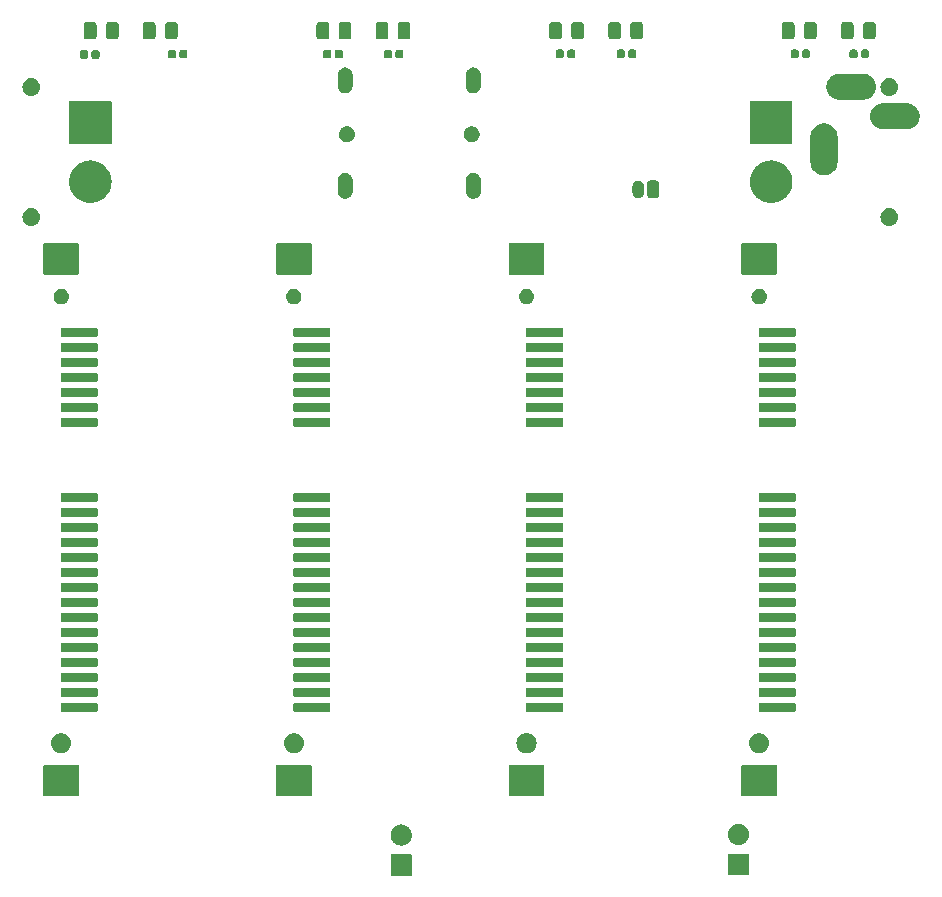
<source format=gts>
G04 #@! TF.GenerationSoftware,KiCad,Pcbnew,7.0.9*
G04 #@! TF.CreationDate,2024-04-10T09:45:46+08:00*
G04 #@! TF.ProjectId,6__ 2.5_NAS,36d84d20-322e-435f-984e-41532e6b6963,0.3*
G04 #@! TF.SameCoordinates,PXbbc77c0PY26f37c0*
G04 #@! TF.FileFunction,Soldermask,Top*
G04 #@! TF.FilePolarity,Negative*
%FSLAX45Y45*%
G04 Gerber Fmt 4.5, Leading zero omitted, Abs format (unit mm)*
G04 Created by KiCad (PCBNEW 7.0.9) date 2024-04-10 09:45:46*
%MOMM*%
%LPD*%
G01*
G04 APERTURE LIST*
G04 APERTURE END LIST*
G36*
X851453Y-5633001D02*
G01*
X853075Y-5634084D01*
X854159Y-5635707D01*
X854540Y-5637620D01*
X854540Y-5807620D01*
X854159Y-5809533D01*
X853075Y-5811155D01*
X851453Y-5812239D01*
X849540Y-5812620D01*
X679540Y-5812620D01*
X677627Y-5812239D01*
X676005Y-5811155D01*
X674921Y-5809533D01*
X674540Y-5807620D01*
X674540Y-5637620D01*
X674921Y-5635707D01*
X676005Y-5634084D01*
X677627Y-5633001D01*
X679540Y-5632620D01*
X849540Y-5632620D01*
X851453Y-5633001D01*
G37*
G36*
X3706413Y-5627921D02*
G01*
X3708035Y-5629004D01*
X3709119Y-5630627D01*
X3709500Y-5632540D01*
X3709500Y-5802540D01*
X3709119Y-5804453D01*
X3708035Y-5806075D01*
X3706413Y-5807159D01*
X3704500Y-5807540D01*
X3534500Y-5807540D01*
X3532587Y-5807159D01*
X3530964Y-5806075D01*
X3529881Y-5804453D01*
X3529500Y-5802540D01*
X3529500Y-5632540D01*
X3529881Y-5630627D01*
X3530964Y-5629004D01*
X3532587Y-5627921D01*
X3534500Y-5627540D01*
X3704500Y-5627540D01*
X3706413Y-5627921D01*
G37*
G36*
X769301Y-5379113D02*
G01*
X773948Y-5379113D01*
X777960Y-5379966D01*
X782093Y-5380373D01*
X787286Y-5381948D01*
X792351Y-5383025D01*
X795593Y-5384468D01*
X798972Y-5385493D01*
X804342Y-5388364D01*
X809540Y-5390678D01*
X811956Y-5392433D01*
X814528Y-5393808D01*
X819773Y-5398113D01*
X824762Y-5401737D01*
X826381Y-5403536D01*
X828162Y-5404997D01*
X832949Y-5410830D01*
X837351Y-5415719D01*
X838276Y-5417322D01*
X839352Y-5418632D01*
X843331Y-5426076D01*
X846759Y-5432014D01*
X847153Y-5433227D01*
X847667Y-5434188D01*
X850497Y-5443517D01*
X852573Y-5449908D01*
X852646Y-5450603D01*
X852787Y-5451067D01*
X854155Y-5464959D01*
X854540Y-5468620D01*
X854155Y-5472282D01*
X852787Y-5486173D01*
X852646Y-5486636D01*
X852573Y-5487332D01*
X850496Y-5493724D01*
X847667Y-5503052D01*
X847153Y-5504012D01*
X846759Y-5505226D01*
X843330Y-5511165D01*
X839352Y-5518608D01*
X838277Y-5519918D01*
X837351Y-5521521D01*
X832948Y-5526411D01*
X828162Y-5532243D01*
X826381Y-5533704D01*
X824762Y-5535503D01*
X819772Y-5539128D01*
X814528Y-5543432D01*
X811957Y-5544806D01*
X809540Y-5546562D01*
X804341Y-5548877D01*
X798972Y-5551747D01*
X795593Y-5552772D01*
X792351Y-5554215D01*
X787285Y-5555292D01*
X782093Y-5556867D01*
X777961Y-5557274D01*
X773948Y-5558127D01*
X769300Y-5558127D01*
X764540Y-5558596D01*
X759780Y-5558127D01*
X755132Y-5558127D01*
X751119Y-5557274D01*
X746987Y-5556867D01*
X741795Y-5555292D01*
X736728Y-5554215D01*
X733487Y-5552772D01*
X730108Y-5551747D01*
X724738Y-5548877D01*
X719540Y-5546562D01*
X717123Y-5544806D01*
X714552Y-5543432D01*
X709307Y-5539127D01*
X704318Y-5535503D01*
X702699Y-5533704D01*
X700917Y-5532243D01*
X696131Y-5526410D01*
X691729Y-5521521D01*
X690803Y-5519919D01*
X689728Y-5518608D01*
X685749Y-5511163D01*
X682321Y-5505226D01*
X681927Y-5504013D01*
X681413Y-5503052D01*
X678582Y-5493720D01*
X676507Y-5487332D01*
X676434Y-5486637D01*
X676293Y-5486173D01*
X674923Y-5472267D01*
X674540Y-5468620D01*
X674923Y-5464974D01*
X676293Y-5451067D01*
X676434Y-5450603D01*
X676507Y-5449908D01*
X678582Y-5443522D01*
X681413Y-5434188D01*
X681927Y-5433227D01*
X682321Y-5432014D01*
X685748Y-5426078D01*
X689728Y-5418632D01*
X690804Y-5417321D01*
X691729Y-5415719D01*
X696130Y-5410831D01*
X700917Y-5404997D01*
X702699Y-5403535D01*
X704318Y-5401737D01*
X709306Y-5398113D01*
X714552Y-5393808D01*
X717124Y-5392433D01*
X719540Y-5390678D01*
X724737Y-5388364D01*
X730108Y-5385493D01*
X733487Y-5384468D01*
X736728Y-5383025D01*
X741793Y-5381948D01*
X746987Y-5380373D01*
X751120Y-5379966D01*
X755132Y-5379113D01*
X759779Y-5379113D01*
X764540Y-5378644D01*
X769301Y-5379113D01*
G37*
G36*
X3624261Y-5374033D02*
G01*
X3628908Y-5374033D01*
X3632920Y-5374886D01*
X3637053Y-5375293D01*
X3642246Y-5376868D01*
X3647311Y-5377945D01*
X3650553Y-5379388D01*
X3653932Y-5380413D01*
X3659302Y-5383284D01*
X3664500Y-5385598D01*
X3666916Y-5387353D01*
X3669488Y-5388728D01*
X3674733Y-5393033D01*
X3679722Y-5396657D01*
X3681341Y-5398456D01*
X3683122Y-5399917D01*
X3687909Y-5405750D01*
X3692311Y-5410639D01*
X3693236Y-5412242D01*
X3694312Y-5413552D01*
X3698291Y-5420996D01*
X3701719Y-5426934D01*
X3702113Y-5428147D01*
X3702627Y-5429108D01*
X3705457Y-5438437D01*
X3707533Y-5444828D01*
X3707606Y-5445523D01*
X3707747Y-5445987D01*
X3709115Y-5459879D01*
X3709500Y-5463540D01*
X3709115Y-5467202D01*
X3707747Y-5481093D01*
X3707606Y-5481556D01*
X3707533Y-5482252D01*
X3705456Y-5488644D01*
X3702627Y-5497972D01*
X3702113Y-5498932D01*
X3701719Y-5500146D01*
X3698290Y-5506085D01*
X3694312Y-5513528D01*
X3693237Y-5514838D01*
X3692311Y-5516441D01*
X3687908Y-5521331D01*
X3683122Y-5527163D01*
X3681341Y-5528624D01*
X3679722Y-5530423D01*
X3674732Y-5534048D01*
X3669488Y-5538352D01*
X3666917Y-5539726D01*
X3664500Y-5541482D01*
X3659301Y-5543797D01*
X3653932Y-5546667D01*
X3650553Y-5547692D01*
X3647311Y-5549135D01*
X3642245Y-5550212D01*
X3637053Y-5551787D01*
X3632921Y-5552194D01*
X3628908Y-5553047D01*
X3624260Y-5553047D01*
X3619500Y-5553516D01*
X3614740Y-5553047D01*
X3610092Y-5553047D01*
X3606079Y-5552194D01*
X3601947Y-5551787D01*
X3596755Y-5550212D01*
X3591688Y-5549135D01*
X3588447Y-5547692D01*
X3585068Y-5546667D01*
X3579698Y-5543797D01*
X3574500Y-5541482D01*
X3572083Y-5539726D01*
X3569512Y-5538352D01*
X3564267Y-5534047D01*
X3559278Y-5530423D01*
X3557659Y-5528624D01*
X3555877Y-5527163D01*
X3551091Y-5521330D01*
X3546688Y-5516441D01*
X3545763Y-5514839D01*
X3544688Y-5513528D01*
X3540708Y-5506083D01*
X3537281Y-5500146D01*
X3536887Y-5498933D01*
X3536373Y-5497972D01*
X3533542Y-5488640D01*
X3531467Y-5482252D01*
X3531394Y-5481557D01*
X3531253Y-5481093D01*
X3529883Y-5467187D01*
X3529500Y-5463540D01*
X3529883Y-5459894D01*
X3531253Y-5445987D01*
X3531394Y-5445523D01*
X3531467Y-5444828D01*
X3533542Y-5438442D01*
X3536373Y-5429108D01*
X3536887Y-5428147D01*
X3537281Y-5426934D01*
X3540708Y-5420998D01*
X3544688Y-5413552D01*
X3545764Y-5412241D01*
X3546688Y-5410639D01*
X3551090Y-5405751D01*
X3555877Y-5399917D01*
X3557659Y-5398455D01*
X3559278Y-5396657D01*
X3564266Y-5393033D01*
X3569512Y-5388728D01*
X3572084Y-5387353D01*
X3574500Y-5385598D01*
X3579697Y-5383284D01*
X3585068Y-5380413D01*
X3588447Y-5379388D01*
X3591688Y-5377945D01*
X3596753Y-5376868D01*
X3601947Y-5375293D01*
X3606080Y-5374886D01*
X3610092Y-5374033D01*
X3614739Y-5374033D01*
X3619500Y-5373564D01*
X3624261Y-5374033D01*
G37*
G36*
X-1969007Y-4877786D02*
G01*
X-1965697Y-4879998D01*
X-1963486Y-4883307D01*
X-1962710Y-4887210D01*
X-1962710Y-5131210D01*
X-1963486Y-5135113D01*
X-1965697Y-5138423D01*
X-1969007Y-5140634D01*
X-1972910Y-5141410D01*
X-2254910Y-5141410D01*
X-2258813Y-5140634D01*
X-2262123Y-5138423D01*
X-2264334Y-5135113D01*
X-2265110Y-5131210D01*
X-2265110Y-4887210D01*
X-2264334Y-4883307D01*
X-2262123Y-4879998D01*
X-2258813Y-4877786D01*
X-2254910Y-4877010D01*
X-1972910Y-4877010D01*
X-1969007Y-4877786D01*
G37*
G36*
X293Y-4877786D02*
G01*
X3602Y-4879998D01*
X5814Y-4883307D01*
X6590Y-4887210D01*
X6590Y-5131210D01*
X5814Y-5135113D01*
X3602Y-5138423D01*
X293Y-5140634D01*
X-3610Y-5141410D01*
X-285610Y-5141410D01*
X-289513Y-5140634D01*
X-292823Y-5138423D01*
X-295034Y-5135113D01*
X-295810Y-5131210D01*
X-295810Y-4887210D01*
X-295034Y-4883307D01*
X-292823Y-4879998D01*
X-289513Y-4877786D01*
X-285610Y-4877010D01*
X-3610Y-4877010D01*
X293Y-4877786D01*
G37*
G36*
X1970293Y-4877786D02*
G01*
X1973602Y-4879998D01*
X1975814Y-4883307D01*
X1976590Y-4887210D01*
X1976590Y-5131210D01*
X1975814Y-5135113D01*
X1973602Y-5138423D01*
X1970293Y-5140634D01*
X1966390Y-5141410D01*
X1684390Y-5141410D01*
X1680487Y-5140634D01*
X1677177Y-5138423D01*
X1674966Y-5135113D01*
X1674190Y-5131210D01*
X1674190Y-4887210D01*
X1674966Y-4883307D01*
X1677177Y-4879998D01*
X1680487Y-4877786D01*
X1684390Y-4877010D01*
X1966390Y-4877010D01*
X1970293Y-4877786D01*
G37*
G36*
X3940293Y-4877786D02*
G01*
X3943602Y-4879998D01*
X3945814Y-4883307D01*
X3946590Y-4887210D01*
X3946590Y-5131210D01*
X3945814Y-5135113D01*
X3943602Y-5138423D01*
X3940293Y-5140634D01*
X3936390Y-5141410D01*
X3654390Y-5141410D01*
X3650487Y-5140634D01*
X3647177Y-5138423D01*
X3644966Y-5135113D01*
X3644190Y-5131210D01*
X3644190Y-4887210D01*
X3644966Y-4883307D01*
X3647177Y-4879998D01*
X3650487Y-4877786D01*
X3654390Y-4877010D01*
X3936390Y-4877010D01*
X3940293Y-4877786D01*
G37*
G36*
X-2087644Y-4609370D02*
G01*
X-2071410Y-4616598D01*
X-2057034Y-4627043D01*
X-2045144Y-4640248D01*
X-2036259Y-4655637D01*
X-2030767Y-4672538D01*
X-2028910Y-4690210D01*
X-2030767Y-4707883D01*
X-2036259Y-4724783D01*
X-2045144Y-4740172D01*
X-2057034Y-4753377D01*
X-2071410Y-4763822D01*
X-2087644Y-4771050D01*
X-2105025Y-4774744D01*
X-2122795Y-4774744D01*
X-2140176Y-4771050D01*
X-2156410Y-4763822D01*
X-2170786Y-4753377D01*
X-2182676Y-4740172D01*
X-2191561Y-4724783D01*
X-2197053Y-4707883D01*
X-2198910Y-4690210D01*
X-2197053Y-4672538D01*
X-2191561Y-4655637D01*
X-2182676Y-4640248D01*
X-2170786Y-4627043D01*
X-2156410Y-4616598D01*
X-2140176Y-4609370D01*
X-2122795Y-4605676D01*
X-2105025Y-4605676D01*
X-2087644Y-4609370D01*
G37*
G36*
X-118344Y-4609370D02*
G01*
X-102110Y-4616598D01*
X-87734Y-4627043D01*
X-75844Y-4640248D01*
X-66959Y-4655637D01*
X-61467Y-4672538D01*
X-59610Y-4690210D01*
X-61467Y-4707883D01*
X-66959Y-4724783D01*
X-75844Y-4740172D01*
X-87734Y-4753377D01*
X-102110Y-4763822D01*
X-118344Y-4771050D01*
X-135725Y-4774744D01*
X-153495Y-4774744D01*
X-170876Y-4771050D01*
X-187110Y-4763822D01*
X-201486Y-4753377D01*
X-213376Y-4740172D01*
X-222261Y-4724783D01*
X-227752Y-4707883D01*
X-229610Y-4690210D01*
X-227752Y-4672538D01*
X-222261Y-4655637D01*
X-213376Y-4640248D01*
X-201486Y-4627043D01*
X-187110Y-4616598D01*
X-170876Y-4609370D01*
X-153495Y-4605676D01*
X-135725Y-4605676D01*
X-118344Y-4609370D01*
G37*
G36*
X1851656Y-4609370D02*
G01*
X1867890Y-4616598D01*
X1882266Y-4627043D01*
X1894156Y-4640248D01*
X1903041Y-4655637D01*
X1908532Y-4672538D01*
X1910390Y-4690210D01*
X1908532Y-4707883D01*
X1903041Y-4724783D01*
X1894156Y-4740172D01*
X1882266Y-4753377D01*
X1867890Y-4763822D01*
X1851656Y-4771050D01*
X1834275Y-4774744D01*
X1816505Y-4774744D01*
X1799124Y-4771050D01*
X1782890Y-4763822D01*
X1768514Y-4753377D01*
X1756624Y-4740172D01*
X1747739Y-4724783D01*
X1742247Y-4707883D01*
X1740390Y-4690210D01*
X1742247Y-4672538D01*
X1747739Y-4655637D01*
X1756624Y-4640248D01*
X1768514Y-4627043D01*
X1782890Y-4616598D01*
X1799124Y-4609370D01*
X1816505Y-4605676D01*
X1834275Y-4605676D01*
X1851656Y-4609370D01*
G37*
G36*
X3821656Y-4609370D02*
G01*
X3837890Y-4616598D01*
X3852266Y-4627043D01*
X3864156Y-4640248D01*
X3873041Y-4655637D01*
X3878532Y-4672538D01*
X3880390Y-4690210D01*
X3878532Y-4707883D01*
X3873041Y-4724783D01*
X3864156Y-4740172D01*
X3852266Y-4753377D01*
X3837890Y-4763822D01*
X3821656Y-4771050D01*
X3804275Y-4774744D01*
X3786505Y-4774744D01*
X3769124Y-4771050D01*
X3752890Y-4763822D01*
X3738514Y-4753377D01*
X3726624Y-4740172D01*
X3717739Y-4724783D01*
X3712247Y-4707883D01*
X3710390Y-4690210D01*
X3712247Y-4672538D01*
X3717739Y-4655637D01*
X3726624Y-4640248D01*
X3738514Y-4627043D01*
X3752890Y-4616598D01*
X3769124Y-4609370D01*
X3786505Y-4605676D01*
X3804275Y-4605676D01*
X3821656Y-4609370D01*
G37*
G36*
X-1812607Y-4348786D02*
G01*
X-1809297Y-4350998D01*
X-1807086Y-4354307D01*
X-1806310Y-4358210D01*
X-1806310Y-4418210D01*
X-1807086Y-4422113D01*
X-1809297Y-4425423D01*
X-1812607Y-4427634D01*
X-1816510Y-4428410D01*
X-2106510Y-4428410D01*
X-2110413Y-4427634D01*
X-2113723Y-4425423D01*
X-2115934Y-4422113D01*
X-2116710Y-4418210D01*
X-2116710Y-4358210D01*
X-2115934Y-4354307D01*
X-2113723Y-4350998D01*
X-2110413Y-4348786D01*
X-2106510Y-4348010D01*
X-1816510Y-4348010D01*
X-1812607Y-4348786D01*
G37*
G36*
X156693Y-4348786D02*
G01*
X160003Y-4350998D01*
X162214Y-4354307D01*
X162990Y-4358210D01*
X162990Y-4418210D01*
X162214Y-4422113D01*
X160003Y-4425423D01*
X156693Y-4427634D01*
X152790Y-4428410D01*
X-137210Y-4428410D01*
X-141113Y-4427634D01*
X-144423Y-4425423D01*
X-146634Y-4422113D01*
X-147410Y-4418210D01*
X-147410Y-4358210D01*
X-146634Y-4354307D01*
X-144423Y-4350998D01*
X-141113Y-4348786D01*
X-137210Y-4348010D01*
X152790Y-4348010D01*
X156693Y-4348786D01*
G37*
G36*
X2126693Y-4348786D02*
G01*
X2130003Y-4350998D01*
X2132214Y-4354307D01*
X2132990Y-4358210D01*
X2132990Y-4418210D01*
X2132214Y-4422113D01*
X2130003Y-4425423D01*
X2126693Y-4427634D01*
X2122790Y-4428410D01*
X1832790Y-4428410D01*
X1828887Y-4427634D01*
X1825577Y-4425423D01*
X1823366Y-4422113D01*
X1822590Y-4418210D01*
X1822590Y-4358210D01*
X1823366Y-4354307D01*
X1825577Y-4350998D01*
X1828887Y-4348786D01*
X1832790Y-4348010D01*
X2122790Y-4348010D01*
X2126693Y-4348786D01*
G37*
G36*
X4096693Y-4348786D02*
G01*
X4100002Y-4350998D01*
X4102214Y-4354307D01*
X4102990Y-4358210D01*
X4102990Y-4418210D01*
X4102214Y-4422113D01*
X4100002Y-4425423D01*
X4096693Y-4427634D01*
X4092790Y-4428410D01*
X3802790Y-4428410D01*
X3798887Y-4427634D01*
X3795577Y-4425423D01*
X3793366Y-4422113D01*
X3792590Y-4418210D01*
X3792590Y-4358210D01*
X3793366Y-4354307D01*
X3795577Y-4350998D01*
X3798887Y-4348786D01*
X3802790Y-4348010D01*
X4092790Y-4348010D01*
X4096693Y-4348786D01*
G37*
G36*
X-1812607Y-4220786D02*
G01*
X-1809297Y-4222998D01*
X-1807086Y-4226307D01*
X-1806310Y-4230210D01*
X-1806310Y-4290210D01*
X-1807086Y-4294113D01*
X-1809297Y-4297423D01*
X-1812607Y-4299634D01*
X-1816510Y-4300410D01*
X-2106510Y-4300410D01*
X-2110413Y-4299634D01*
X-2113723Y-4297423D01*
X-2115934Y-4294113D01*
X-2116710Y-4290210D01*
X-2116710Y-4230210D01*
X-2115934Y-4226307D01*
X-2113723Y-4222998D01*
X-2110413Y-4220786D01*
X-2106510Y-4220010D01*
X-1816510Y-4220010D01*
X-1812607Y-4220786D01*
G37*
G36*
X156693Y-4220786D02*
G01*
X160003Y-4222998D01*
X162214Y-4226307D01*
X162990Y-4230210D01*
X162990Y-4290210D01*
X162214Y-4294113D01*
X160003Y-4297423D01*
X156693Y-4299634D01*
X152790Y-4300410D01*
X-137210Y-4300410D01*
X-141113Y-4299634D01*
X-144423Y-4297423D01*
X-146634Y-4294113D01*
X-147410Y-4290210D01*
X-147410Y-4230210D01*
X-146634Y-4226307D01*
X-144423Y-4222998D01*
X-141113Y-4220786D01*
X-137210Y-4220010D01*
X152790Y-4220010D01*
X156693Y-4220786D01*
G37*
G36*
X2126693Y-4220786D02*
G01*
X2130003Y-4222998D01*
X2132214Y-4226307D01*
X2132990Y-4230210D01*
X2132990Y-4290210D01*
X2132214Y-4294113D01*
X2130003Y-4297423D01*
X2126693Y-4299634D01*
X2122790Y-4300410D01*
X1832790Y-4300410D01*
X1828887Y-4299634D01*
X1825577Y-4297423D01*
X1823366Y-4294113D01*
X1822590Y-4290210D01*
X1822590Y-4230210D01*
X1823366Y-4226307D01*
X1825577Y-4222998D01*
X1828887Y-4220786D01*
X1832790Y-4220010D01*
X2122790Y-4220010D01*
X2126693Y-4220786D01*
G37*
G36*
X4096693Y-4220786D02*
G01*
X4100002Y-4222998D01*
X4102214Y-4226307D01*
X4102990Y-4230210D01*
X4102990Y-4290210D01*
X4102214Y-4294113D01*
X4100002Y-4297423D01*
X4096693Y-4299634D01*
X4092790Y-4300410D01*
X3802790Y-4300410D01*
X3798887Y-4299634D01*
X3795577Y-4297423D01*
X3793366Y-4294113D01*
X3792590Y-4290210D01*
X3792590Y-4230210D01*
X3793366Y-4226307D01*
X3795577Y-4222998D01*
X3798887Y-4220786D01*
X3802790Y-4220010D01*
X4092790Y-4220010D01*
X4096693Y-4220786D01*
G37*
G36*
X-1812607Y-4093786D02*
G01*
X-1809297Y-4095997D01*
X-1807086Y-4099307D01*
X-1806310Y-4103210D01*
X-1806310Y-4163210D01*
X-1807086Y-4167113D01*
X-1809297Y-4170422D01*
X-1812607Y-4172634D01*
X-1816510Y-4173410D01*
X-2106510Y-4173410D01*
X-2110413Y-4172634D01*
X-2113723Y-4170422D01*
X-2115934Y-4167113D01*
X-2116710Y-4163210D01*
X-2116710Y-4103210D01*
X-2115934Y-4099307D01*
X-2113723Y-4095997D01*
X-2110413Y-4093786D01*
X-2106510Y-4093010D01*
X-1816510Y-4093010D01*
X-1812607Y-4093786D01*
G37*
G36*
X156693Y-4093786D02*
G01*
X160003Y-4095997D01*
X162214Y-4099307D01*
X162990Y-4103210D01*
X162990Y-4163210D01*
X162214Y-4167113D01*
X160003Y-4170422D01*
X156693Y-4172634D01*
X152790Y-4173410D01*
X-137210Y-4173410D01*
X-141113Y-4172634D01*
X-144423Y-4170422D01*
X-146634Y-4167113D01*
X-147410Y-4163210D01*
X-147410Y-4103210D01*
X-146634Y-4099307D01*
X-144423Y-4095997D01*
X-141113Y-4093786D01*
X-137210Y-4093010D01*
X152790Y-4093010D01*
X156693Y-4093786D01*
G37*
G36*
X2126693Y-4093786D02*
G01*
X2130003Y-4095997D01*
X2132214Y-4099307D01*
X2132990Y-4103210D01*
X2132990Y-4163210D01*
X2132214Y-4167113D01*
X2130003Y-4170422D01*
X2126693Y-4172634D01*
X2122790Y-4173410D01*
X1832790Y-4173410D01*
X1828887Y-4172634D01*
X1825577Y-4170422D01*
X1823366Y-4167113D01*
X1822590Y-4163210D01*
X1822590Y-4103210D01*
X1823366Y-4099307D01*
X1825577Y-4095997D01*
X1828887Y-4093786D01*
X1832790Y-4093010D01*
X2122790Y-4093010D01*
X2126693Y-4093786D01*
G37*
G36*
X4096693Y-4093786D02*
G01*
X4100002Y-4095997D01*
X4102214Y-4099307D01*
X4102990Y-4103210D01*
X4102990Y-4163210D01*
X4102214Y-4167113D01*
X4100002Y-4170422D01*
X4096693Y-4172634D01*
X4092790Y-4173410D01*
X3802790Y-4173410D01*
X3798887Y-4172634D01*
X3795577Y-4170422D01*
X3793366Y-4167113D01*
X3792590Y-4163210D01*
X3792590Y-4103210D01*
X3793366Y-4099307D01*
X3795577Y-4095997D01*
X3798887Y-4093786D01*
X3802790Y-4093010D01*
X4092790Y-4093010D01*
X4096693Y-4093786D01*
G37*
G36*
X-1812607Y-3966786D02*
G01*
X-1809297Y-3968997D01*
X-1807086Y-3972307D01*
X-1806310Y-3976210D01*
X-1806310Y-4036210D01*
X-1807086Y-4040113D01*
X-1809297Y-4043422D01*
X-1812607Y-4045634D01*
X-1816510Y-4046410D01*
X-2106510Y-4046410D01*
X-2110413Y-4045634D01*
X-2113723Y-4043422D01*
X-2115934Y-4040113D01*
X-2116710Y-4036210D01*
X-2116710Y-3976210D01*
X-2115934Y-3972307D01*
X-2113723Y-3968997D01*
X-2110413Y-3966786D01*
X-2106510Y-3966010D01*
X-1816510Y-3966010D01*
X-1812607Y-3966786D01*
G37*
G36*
X156693Y-3966786D02*
G01*
X160003Y-3968997D01*
X162214Y-3972307D01*
X162990Y-3976210D01*
X162990Y-4036210D01*
X162214Y-4040113D01*
X160003Y-4043422D01*
X156693Y-4045634D01*
X152790Y-4046410D01*
X-137210Y-4046410D01*
X-141113Y-4045634D01*
X-144423Y-4043422D01*
X-146634Y-4040113D01*
X-147410Y-4036210D01*
X-147410Y-3976210D01*
X-146634Y-3972307D01*
X-144423Y-3968997D01*
X-141113Y-3966786D01*
X-137210Y-3966010D01*
X152790Y-3966010D01*
X156693Y-3966786D01*
G37*
G36*
X2126693Y-3966786D02*
G01*
X2130003Y-3968997D01*
X2132214Y-3972307D01*
X2132990Y-3976210D01*
X2132990Y-4036210D01*
X2132214Y-4040113D01*
X2130003Y-4043422D01*
X2126693Y-4045634D01*
X2122790Y-4046410D01*
X1832790Y-4046410D01*
X1828887Y-4045634D01*
X1825577Y-4043422D01*
X1823366Y-4040113D01*
X1822590Y-4036210D01*
X1822590Y-3976210D01*
X1823366Y-3972307D01*
X1825577Y-3968997D01*
X1828887Y-3966786D01*
X1832790Y-3966010D01*
X2122790Y-3966010D01*
X2126693Y-3966786D01*
G37*
G36*
X4096693Y-3966786D02*
G01*
X4100002Y-3968997D01*
X4102214Y-3972307D01*
X4102990Y-3976210D01*
X4102990Y-4036210D01*
X4102214Y-4040113D01*
X4100002Y-4043422D01*
X4096693Y-4045634D01*
X4092790Y-4046410D01*
X3802790Y-4046410D01*
X3798887Y-4045634D01*
X3795577Y-4043422D01*
X3793366Y-4040113D01*
X3792590Y-4036210D01*
X3792590Y-3976210D01*
X3793366Y-3972307D01*
X3795577Y-3968997D01*
X3798887Y-3966786D01*
X3802790Y-3966010D01*
X4092790Y-3966010D01*
X4096693Y-3966786D01*
G37*
G36*
X-1812607Y-3839786D02*
G01*
X-1809297Y-3841997D01*
X-1807086Y-3845307D01*
X-1806310Y-3849210D01*
X-1806310Y-3909210D01*
X-1807086Y-3913113D01*
X-1809297Y-3916422D01*
X-1812607Y-3918634D01*
X-1816510Y-3919410D01*
X-2106510Y-3919410D01*
X-2110413Y-3918634D01*
X-2113723Y-3916422D01*
X-2115934Y-3913113D01*
X-2116710Y-3909210D01*
X-2116710Y-3849210D01*
X-2115934Y-3845307D01*
X-2113723Y-3841997D01*
X-2110413Y-3839786D01*
X-2106510Y-3839010D01*
X-1816510Y-3839010D01*
X-1812607Y-3839786D01*
G37*
G36*
X156693Y-3839786D02*
G01*
X160003Y-3841997D01*
X162214Y-3845307D01*
X162990Y-3849210D01*
X162990Y-3909210D01*
X162214Y-3913113D01*
X160003Y-3916422D01*
X156693Y-3918634D01*
X152790Y-3919410D01*
X-137210Y-3919410D01*
X-141113Y-3918634D01*
X-144423Y-3916422D01*
X-146634Y-3913113D01*
X-147410Y-3909210D01*
X-147410Y-3849210D01*
X-146634Y-3845307D01*
X-144423Y-3841997D01*
X-141113Y-3839786D01*
X-137210Y-3839010D01*
X152790Y-3839010D01*
X156693Y-3839786D01*
G37*
G36*
X2126693Y-3839786D02*
G01*
X2130003Y-3841997D01*
X2132214Y-3845307D01*
X2132990Y-3849210D01*
X2132990Y-3909210D01*
X2132214Y-3913113D01*
X2130003Y-3916422D01*
X2126693Y-3918634D01*
X2122790Y-3919410D01*
X1832790Y-3919410D01*
X1828887Y-3918634D01*
X1825577Y-3916422D01*
X1823366Y-3913113D01*
X1822590Y-3909210D01*
X1822590Y-3849210D01*
X1823366Y-3845307D01*
X1825577Y-3841997D01*
X1828887Y-3839786D01*
X1832790Y-3839010D01*
X2122790Y-3839010D01*
X2126693Y-3839786D01*
G37*
G36*
X4096693Y-3839786D02*
G01*
X4100002Y-3841997D01*
X4102214Y-3845307D01*
X4102990Y-3849210D01*
X4102990Y-3909210D01*
X4102214Y-3913113D01*
X4100002Y-3916422D01*
X4096693Y-3918634D01*
X4092790Y-3919410D01*
X3802790Y-3919410D01*
X3798887Y-3918634D01*
X3795577Y-3916422D01*
X3793366Y-3913113D01*
X3792590Y-3909210D01*
X3792590Y-3849210D01*
X3793366Y-3845307D01*
X3795577Y-3841997D01*
X3798887Y-3839786D01*
X3802790Y-3839010D01*
X4092790Y-3839010D01*
X4096693Y-3839786D01*
G37*
G36*
X-1812607Y-3712786D02*
G01*
X-1809297Y-3714997D01*
X-1807086Y-3718307D01*
X-1806310Y-3722210D01*
X-1806310Y-3782210D01*
X-1807086Y-3786113D01*
X-1809297Y-3789422D01*
X-1812607Y-3791634D01*
X-1816510Y-3792410D01*
X-2106510Y-3792410D01*
X-2110413Y-3791634D01*
X-2113723Y-3789422D01*
X-2115934Y-3786113D01*
X-2116710Y-3782210D01*
X-2116710Y-3722210D01*
X-2115934Y-3718307D01*
X-2113723Y-3714997D01*
X-2110413Y-3712786D01*
X-2106510Y-3712010D01*
X-1816510Y-3712010D01*
X-1812607Y-3712786D01*
G37*
G36*
X156693Y-3712786D02*
G01*
X160003Y-3714997D01*
X162214Y-3718307D01*
X162990Y-3722210D01*
X162990Y-3782210D01*
X162214Y-3786113D01*
X160003Y-3789422D01*
X156693Y-3791634D01*
X152790Y-3792410D01*
X-137210Y-3792410D01*
X-141113Y-3791634D01*
X-144423Y-3789422D01*
X-146634Y-3786113D01*
X-147410Y-3782210D01*
X-147410Y-3722210D01*
X-146634Y-3718307D01*
X-144423Y-3714997D01*
X-141113Y-3712786D01*
X-137210Y-3712010D01*
X152790Y-3712010D01*
X156693Y-3712786D01*
G37*
G36*
X2126693Y-3712786D02*
G01*
X2130003Y-3714997D01*
X2132214Y-3718307D01*
X2132990Y-3722210D01*
X2132990Y-3782210D01*
X2132214Y-3786113D01*
X2130003Y-3789422D01*
X2126693Y-3791634D01*
X2122790Y-3792410D01*
X1832790Y-3792410D01*
X1828887Y-3791634D01*
X1825577Y-3789422D01*
X1823366Y-3786113D01*
X1822590Y-3782210D01*
X1822590Y-3722210D01*
X1823366Y-3718307D01*
X1825577Y-3714997D01*
X1828887Y-3712786D01*
X1832790Y-3712010D01*
X2122790Y-3712010D01*
X2126693Y-3712786D01*
G37*
G36*
X4096693Y-3712786D02*
G01*
X4100002Y-3714997D01*
X4102214Y-3718307D01*
X4102990Y-3722210D01*
X4102990Y-3782210D01*
X4102214Y-3786113D01*
X4100002Y-3789422D01*
X4096693Y-3791634D01*
X4092790Y-3792410D01*
X3802790Y-3792410D01*
X3798887Y-3791634D01*
X3795577Y-3789422D01*
X3793366Y-3786113D01*
X3792590Y-3782210D01*
X3792590Y-3722210D01*
X3793366Y-3718307D01*
X3795577Y-3714997D01*
X3798887Y-3712786D01*
X3802790Y-3712010D01*
X4092790Y-3712010D01*
X4096693Y-3712786D01*
G37*
G36*
X-1812607Y-3585786D02*
G01*
X-1809297Y-3587997D01*
X-1807086Y-3591307D01*
X-1806310Y-3595210D01*
X-1806310Y-3655210D01*
X-1807086Y-3659113D01*
X-1809297Y-3662422D01*
X-1812607Y-3664634D01*
X-1816510Y-3665410D01*
X-2106510Y-3665410D01*
X-2110413Y-3664634D01*
X-2113723Y-3662422D01*
X-2115934Y-3659113D01*
X-2116710Y-3655210D01*
X-2116710Y-3595210D01*
X-2115934Y-3591307D01*
X-2113723Y-3587997D01*
X-2110413Y-3585786D01*
X-2106510Y-3585010D01*
X-1816510Y-3585010D01*
X-1812607Y-3585786D01*
G37*
G36*
X156693Y-3585786D02*
G01*
X160003Y-3587997D01*
X162214Y-3591307D01*
X162990Y-3595210D01*
X162990Y-3655210D01*
X162214Y-3659113D01*
X160003Y-3662422D01*
X156693Y-3664634D01*
X152790Y-3665410D01*
X-137210Y-3665410D01*
X-141113Y-3664634D01*
X-144423Y-3662422D01*
X-146634Y-3659113D01*
X-147410Y-3655210D01*
X-147410Y-3595210D01*
X-146634Y-3591307D01*
X-144423Y-3587997D01*
X-141113Y-3585786D01*
X-137210Y-3585010D01*
X152790Y-3585010D01*
X156693Y-3585786D01*
G37*
G36*
X2126693Y-3585786D02*
G01*
X2130003Y-3587997D01*
X2132214Y-3591307D01*
X2132990Y-3595210D01*
X2132990Y-3655210D01*
X2132214Y-3659113D01*
X2130003Y-3662422D01*
X2126693Y-3664634D01*
X2122790Y-3665410D01*
X1832790Y-3665410D01*
X1828887Y-3664634D01*
X1825577Y-3662422D01*
X1823366Y-3659113D01*
X1822590Y-3655210D01*
X1822590Y-3595210D01*
X1823366Y-3591307D01*
X1825577Y-3587997D01*
X1828887Y-3585786D01*
X1832790Y-3585010D01*
X2122790Y-3585010D01*
X2126693Y-3585786D01*
G37*
G36*
X4096693Y-3585786D02*
G01*
X4100002Y-3587997D01*
X4102214Y-3591307D01*
X4102990Y-3595210D01*
X4102990Y-3655210D01*
X4102214Y-3659113D01*
X4100002Y-3662422D01*
X4096693Y-3664634D01*
X4092790Y-3665410D01*
X3802790Y-3665410D01*
X3798887Y-3664634D01*
X3795577Y-3662422D01*
X3793366Y-3659113D01*
X3792590Y-3655210D01*
X3792590Y-3595210D01*
X3793366Y-3591307D01*
X3795577Y-3587997D01*
X3798887Y-3585786D01*
X3802790Y-3585010D01*
X4092790Y-3585010D01*
X4096693Y-3585786D01*
G37*
G36*
X-1812607Y-3458786D02*
G01*
X-1809297Y-3460997D01*
X-1807086Y-3464307D01*
X-1806310Y-3468210D01*
X-1806310Y-3528210D01*
X-1807086Y-3532113D01*
X-1809297Y-3535422D01*
X-1812607Y-3537634D01*
X-1816510Y-3538410D01*
X-2106510Y-3538410D01*
X-2110413Y-3537634D01*
X-2113723Y-3535422D01*
X-2115934Y-3532113D01*
X-2116710Y-3528210D01*
X-2116710Y-3468210D01*
X-2115934Y-3464307D01*
X-2113723Y-3460997D01*
X-2110413Y-3458786D01*
X-2106510Y-3458010D01*
X-1816510Y-3458010D01*
X-1812607Y-3458786D01*
G37*
G36*
X156693Y-3458786D02*
G01*
X160003Y-3460997D01*
X162214Y-3464307D01*
X162990Y-3468210D01*
X162990Y-3528210D01*
X162214Y-3532113D01*
X160003Y-3535422D01*
X156693Y-3537634D01*
X152790Y-3538410D01*
X-137210Y-3538410D01*
X-141113Y-3537634D01*
X-144423Y-3535422D01*
X-146634Y-3532113D01*
X-147410Y-3528210D01*
X-147410Y-3468210D01*
X-146634Y-3464307D01*
X-144423Y-3460997D01*
X-141113Y-3458786D01*
X-137210Y-3458010D01*
X152790Y-3458010D01*
X156693Y-3458786D01*
G37*
G36*
X2126693Y-3458786D02*
G01*
X2130003Y-3460997D01*
X2132214Y-3464307D01*
X2132990Y-3468210D01*
X2132990Y-3528210D01*
X2132214Y-3532113D01*
X2130003Y-3535422D01*
X2126693Y-3537634D01*
X2122790Y-3538410D01*
X1832790Y-3538410D01*
X1828887Y-3537634D01*
X1825577Y-3535422D01*
X1823366Y-3532113D01*
X1822590Y-3528210D01*
X1822590Y-3468210D01*
X1823366Y-3464307D01*
X1825577Y-3460997D01*
X1828887Y-3458786D01*
X1832790Y-3458010D01*
X2122790Y-3458010D01*
X2126693Y-3458786D01*
G37*
G36*
X4096693Y-3458786D02*
G01*
X4100002Y-3460997D01*
X4102214Y-3464307D01*
X4102990Y-3468210D01*
X4102990Y-3528210D01*
X4102214Y-3532113D01*
X4100002Y-3535422D01*
X4096693Y-3537634D01*
X4092790Y-3538410D01*
X3802790Y-3538410D01*
X3798887Y-3537634D01*
X3795577Y-3535422D01*
X3793366Y-3532113D01*
X3792590Y-3528210D01*
X3792590Y-3468210D01*
X3793366Y-3464307D01*
X3795577Y-3460997D01*
X3798887Y-3458786D01*
X3802790Y-3458010D01*
X4092790Y-3458010D01*
X4096693Y-3458786D01*
G37*
G36*
X-1812607Y-3331786D02*
G01*
X-1809297Y-3333997D01*
X-1807086Y-3337307D01*
X-1806310Y-3341210D01*
X-1806310Y-3401210D01*
X-1807086Y-3405113D01*
X-1809297Y-3408422D01*
X-1812607Y-3410634D01*
X-1816510Y-3411410D01*
X-2106510Y-3411410D01*
X-2110413Y-3410634D01*
X-2113723Y-3408422D01*
X-2115934Y-3405113D01*
X-2116710Y-3401210D01*
X-2116710Y-3341210D01*
X-2115934Y-3337307D01*
X-2113723Y-3333997D01*
X-2110413Y-3331786D01*
X-2106510Y-3331010D01*
X-1816510Y-3331010D01*
X-1812607Y-3331786D01*
G37*
G36*
X156693Y-3331786D02*
G01*
X160003Y-3333997D01*
X162214Y-3337307D01*
X162990Y-3341210D01*
X162990Y-3401210D01*
X162214Y-3405113D01*
X160003Y-3408422D01*
X156693Y-3410634D01*
X152790Y-3411410D01*
X-137210Y-3411410D01*
X-141113Y-3410634D01*
X-144423Y-3408422D01*
X-146634Y-3405113D01*
X-147410Y-3401210D01*
X-147410Y-3341210D01*
X-146634Y-3337307D01*
X-144423Y-3333997D01*
X-141113Y-3331786D01*
X-137210Y-3331010D01*
X152790Y-3331010D01*
X156693Y-3331786D01*
G37*
G36*
X2126693Y-3331786D02*
G01*
X2130003Y-3333997D01*
X2132214Y-3337307D01*
X2132990Y-3341210D01*
X2132990Y-3401210D01*
X2132214Y-3405113D01*
X2130003Y-3408422D01*
X2126693Y-3410634D01*
X2122790Y-3411410D01*
X1832790Y-3411410D01*
X1828887Y-3410634D01*
X1825577Y-3408422D01*
X1823366Y-3405113D01*
X1822590Y-3401210D01*
X1822590Y-3341210D01*
X1823366Y-3337307D01*
X1825577Y-3333997D01*
X1828887Y-3331786D01*
X1832790Y-3331010D01*
X2122790Y-3331010D01*
X2126693Y-3331786D01*
G37*
G36*
X4096693Y-3331786D02*
G01*
X4100002Y-3333997D01*
X4102214Y-3337307D01*
X4102990Y-3341210D01*
X4102990Y-3401210D01*
X4102214Y-3405113D01*
X4100002Y-3408422D01*
X4096693Y-3410634D01*
X4092790Y-3411410D01*
X3802790Y-3411410D01*
X3798887Y-3410634D01*
X3795577Y-3408422D01*
X3793366Y-3405113D01*
X3792590Y-3401210D01*
X3792590Y-3341210D01*
X3793366Y-3337307D01*
X3795577Y-3333997D01*
X3798887Y-3331786D01*
X3802790Y-3331010D01*
X4092790Y-3331010D01*
X4096693Y-3331786D01*
G37*
G36*
X-1812607Y-3204786D02*
G01*
X-1809297Y-3206997D01*
X-1807086Y-3210307D01*
X-1806310Y-3214210D01*
X-1806310Y-3274210D01*
X-1807086Y-3278113D01*
X-1809297Y-3281422D01*
X-1812607Y-3283634D01*
X-1816510Y-3284410D01*
X-2106510Y-3284410D01*
X-2110413Y-3283634D01*
X-2113723Y-3281422D01*
X-2115934Y-3278113D01*
X-2116710Y-3274210D01*
X-2116710Y-3214210D01*
X-2115934Y-3210307D01*
X-2113723Y-3206997D01*
X-2110413Y-3204786D01*
X-2106510Y-3204010D01*
X-1816510Y-3204010D01*
X-1812607Y-3204786D01*
G37*
G36*
X156693Y-3204786D02*
G01*
X160003Y-3206997D01*
X162214Y-3210307D01*
X162990Y-3214210D01*
X162990Y-3274210D01*
X162214Y-3278113D01*
X160003Y-3281422D01*
X156693Y-3283634D01*
X152790Y-3284410D01*
X-137210Y-3284410D01*
X-141113Y-3283634D01*
X-144423Y-3281422D01*
X-146634Y-3278113D01*
X-147410Y-3274210D01*
X-147410Y-3214210D01*
X-146634Y-3210307D01*
X-144423Y-3206997D01*
X-141113Y-3204786D01*
X-137210Y-3204010D01*
X152790Y-3204010D01*
X156693Y-3204786D01*
G37*
G36*
X2126693Y-3204786D02*
G01*
X2130003Y-3206997D01*
X2132214Y-3210307D01*
X2132990Y-3214210D01*
X2132990Y-3274210D01*
X2132214Y-3278113D01*
X2130003Y-3281422D01*
X2126693Y-3283634D01*
X2122790Y-3284410D01*
X1832790Y-3284410D01*
X1828887Y-3283634D01*
X1825577Y-3281422D01*
X1823366Y-3278113D01*
X1822590Y-3274210D01*
X1822590Y-3214210D01*
X1823366Y-3210307D01*
X1825577Y-3206997D01*
X1828887Y-3204786D01*
X1832790Y-3204010D01*
X2122790Y-3204010D01*
X2126693Y-3204786D01*
G37*
G36*
X4096693Y-3204786D02*
G01*
X4100002Y-3206997D01*
X4102214Y-3210307D01*
X4102990Y-3214210D01*
X4102990Y-3274210D01*
X4102214Y-3278113D01*
X4100002Y-3281422D01*
X4096693Y-3283634D01*
X4092790Y-3284410D01*
X3802790Y-3284410D01*
X3798887Y-3283634D01*
X3795577Y-3281422D01*
X3793366Y-3278113D01*
X3792590Y-3274210D01*
X3792590Y-3214210D01*
X3793366Y-3210307D01*
X3795577Y-3206997D01*
X3798887Y-3204786D01*
X3802790Y-3204010D01*
X4092790Y-3204010D01*
X4096693Y-3204786D01*
G37*
G36*
X-1812607Y-3077786D02*
G01*
X-1809297Y-3079997D01*
X-1807086Y-3083307D01*
X-1806310Y-3087210D01*
X-1806310Y-3147210D01*
X-1807086Y-3151113D01*
X-1809297Y-3154422D01*
X-1812607Y-3156634D01*
X-1816510Y-3157410D01*
X-2106510Y-3157410D01*
X-2110413Y-3156634D01*
X-2113723Y-3154422D01*
X-2115934Y-3151113D01*
X-2116710Y-3147210D01*
X-2116710Y-3087210D01*
X-2115934Y-3083307D01*
X-2113723Y-3079997D01*
X-2110413Y-3077786D01*
X-2106510Y-3077010D01*
X-1816510Y-3077010D01*
X-1812607Y-3077786D01*
G37*
G36*
X156693Y-3077786D02*
G01*
X160003Y-3079997D01*
X162214Y-3083307D01*
X162990Y-3087210D01*
X162990Y-3147210D01*
X162214Y-3151113D01*
X160003Y-3154422D01*
X156693Y-3156634D01*
X152790Y-3157410D01*
X-137210Y-3157410D01*
X-141113Y-3156634D01*
X-144423Y-3154422D01*
X-146634Y-3151113D01*
X-147410Y-3147210D01*
X-147410Y-3087210D01*
X-146634Y-3083307D01*
X-144423Y-3079997D01*
X-141113Y-3077786D01*
X-137210Y-3077010D01*
X152790Y-3077010D01*
X156693Y-3077786D01*
G37*
G36*
X2126693Y-3077786D02*
G01*
X2130003Y-3079997D01*
X2132214Y-3083307D01*
X2132990Y-3087210D01*
X2132990Y-3147210D01*
X2132214Y-3151113D01*
X2130003Y-3154422D01*
X2126693Y-3156634D01*
X2122790Y-3157410D01*
X1832790Y-3157410D01*
X1828887Y-3156634D01*
X1825577Y-3154422D01*
X1823366Y-3151113D01*
X1822590Y-3147210D01*
X1822590Y-3087210D01*
X1823366Y-3083307D01*
X1825577Y-3079997D01*
X1828887Y-3077786D01*
X1832790Y-3077010D01*
X2122790Y-3077010D01*
X2126693Y-3077786D01*
G37*
G36*
X4096693Y-3077786D02*
G01*
X4100002Y-3079997D01*
X4102214Y-3083307D01*
X4102990Y-3087210D01*
X4102990Y-3147210D01*
X4102214Y-3151113D01*
X4100002Y-3154422D01*
X4096693Y-3156634D01*
X4092790Y-3157410D01*
X3802790Y-3157410D01*
X3798887Y-3156634D01*
X3795577Y-3154422D01*
X3793366Y-3151113D01*
X3792590Y-3147210D01*
X3792590Y-3087210D01*
X3793366Y-3083307D01*
X3795577Y-3079997D01*
X3798887Y-3077786D01*
X3802790Y-3077010D01*
X4092790Y-3077010D01*
X4096693Y-3077786D01*
G37*
G36*
X-1812607Y-2950786D02*
G01*
X-1809297Y-2952997D01*
X-1807086Y-2956307D01*
X-1806310Y-2960210D01*
X-1806310Y-3020210D01*
X-1807086Y-3024113D01*
X-1809297Y-3027422D01*
X-1812607Y-3029634D01*
X-1816510Y-3030410D01*
X-2106510Y-3030410D01*
X-2110413Y-3029634D01*
X-2113723Y-3027422D01*
X-2115934Y-3024113D01*
X-2116710Y-3020210D01*
X-2116710Y-2960210D01*
X-2115934Y-2956307D01*
X-2113723Y-2952997D01*
X-2110413Y-2950786D01*
X-2106510Y-2950010D01*
X-1816510Y-2950010D01*
X-1812607Y-2950786D01*
G37*
G36*
X156693Y-2950786D02*
G01*
X160003Y-2952997D01*
X162214Y-2956307D01*
X162990Y-2960210D01*
X162990Y-3020210D01*
X162214Y-3024113D01*
X160003Y-3027422D01*
X156693Y-3029634D01*
X152790Y-3030410D01*
X-137210Y-3030410D01*
X-141113Y-3029634D01*
X-144423Y-3027422D01*
X-146634Y-3024113D01*
X-147410Y-3020210D01*
X-147410Y-2960210D01*
X-146634Y-2956307D01*
X-144423Y-2952997D01*
X-141113Y-2950786D01*
X-137210Y-2950010D01*
X152790Y-2950010D01*
X156693Y-2950786D01*
G37*
G36*
X2126693Y-2950786D02*
G01*
X2130003Y-2952997D01*
X2132214Y-2956307D01*
X2132990Y-2960210D01*
X2132990Y-3020210D01*
X2132214Y-3024113D01*
X2130003Y-3027422D01*
X2126693Y-3029634D01*
X2122790Y-3030410D01*
X1832790Y-3030410D01*
X1828887Y-3029634D01*
X1825577Y-3027422D01*
X1823366Y-3024113D01*
X1822590Y-3020210D01*
X1822590Y-2960210D01*
X1823366Y-2956307D01*
X1825577Y-2952997D01*
X1828887Y-2950786D01*
X1832790Y-2950010D01*
X2122790Y-2950010D01*
X2126693Y-2950786D01*
G37*
G36*
X4096693Y-2950786D02*
G01*
X4100002Y-2952997D01*
X4102214Y-2956307D01*
X4102990Y-2960210D01*
X4102990Y-3020210D01*
X4102214Y-3024113D01*
X4100002Y-3027422D01*
X4096693Y-3029634D01*
X4092790Y-3030410D01*
X3802790Y-3030410D01*
X3798887Y-3029634D01*
X3795577Y-3027422D01*
X3793366Y-3024113D01*
X3792590Y-3020210D01*
X3792590Y-2960210D01*
X3793366Y-2956307D01*
X3795577Y-2952997D01*
X3798887Y-2950786D01*
X3802790Y-2950010D01*
X4092790Y-2950010D01*
X4096693Y-2950786D01*
G37*
G36*
X-1812607Y-2823786D02*
G01*
X-1809297Y-2825997D01*
X-1807086Y-2829307D01*
X-1806310Y-2833210D01*
X-1806310Y-2893210D01*
X-1807086Y-2897113D01*
X-1809297Y-2900422D01*
X-1812607Y-2902634D01*
X-1816510Y-2903410D01*
X-2106510Y-2903410D01*
X-2110413Y-2902634D01*
X-2113723Y-2900422D01*
X-2115934Y-2897113D01*
X-2116710Y-2893210D01*
X-2116710Y-2833210D01*
X-2115934Y-2829307D01*
X-2113723Y-2825997D01*
X-2110413Y-2823786D01*
X-2106510Y-2823010D01*
X-1816510Y-2823010D01*
X-1812607Y-2823786D01*
G37*
G36*
X156693Y-2823786D02*
G01*
X160003Y-2825997D01*
X162214Y-2829307D01*
X162990Y-2833210D01*
X162990Y-2893210D01*
X162214Y-2897113D01*
X160003Y-2900422D01*
X156693Y-2902634D01*
X152790Y-2903410D01*
X-137210Y-2903410D01*
X-141113Y-2902634D01*
X-144423Y-2900422D01*
X-146634Y-2897113D01*
X-147410Y-2893210D01*
X-147410Y-2833210D01*
X-146634Y-2829307D01*
X-144423Y-2825997D01*
X-141113Y-2823786D01*
X-137210Y-2823010D01*
X152790Y-2823010D01*
X156693Y-2823786D01*
G37*
G36*
X2126693Y-2823786D02*
G01*
X2130003Y-2825997D01*
X2132214Y-2829307D01*
X2132990Y-2833210D01*
X2132990Y-2893210D01*
X2132214Y-2897113D01*
X2130003Y-2900422D01*
X2126693Y-2902634D01*
X2122790Y-2903410D01*
X1832790Y-2903410D01*
X1828887Y-2902634D01*
X1825577Y-2900422D01*
X1823366Y-2897113D01*
X1822590Y-2893210D01*
X1822590Y-2833210D01*
X1823366Y-2829307D01*
X1825577Y-2825997D01*
X1828887Y-2823786D01*
X1832790Y-2823010D01*
X2122790Y-2823010D01*
X2126693Y-2823786D01*
G37*
G36*
X4096693Y-2823786D02*
G01*
X4100002Y-2825997D01*
X4102214Y-2829307D01*
X4102990Y-2833210D01*
X4102990Y-2893210D01*
X4102214Y-2897113D01*
X4100002Y-2900422D01*
X4096693Y-2902634D01*
X4092790Y-2903410D01*
X3802790Y-2903410D01*
X3798887Y-2902634D01*
X3795577Y-2900422D01*
X3793366Y-2897113D01*
X3792590Y-2893210D01*
X3792590Y-2833210D01*
X3793366Y-2829307D01*
X3795577Y-2825997D01*
X3798887Y-2823786D01*
X3802790Y-2823010D01*
X4092790Y-2823010D01*
X4096693Y-2823786D01*
G37*
G36*
X-1812607Y-2696786D02*
G01*
X-1809297Y-2698998D01*
X-1807086Y-2702307D01*
X-1806310Y-2706210D01*
X-1806310Y-2766210D01*
X-1807086Y-2770113D01*
X-1809297Y-2773423D01*
X-1812607Y-2775634D01*
X-1816510Y-2776410D01*
X-2106510Y-2776410D01*
X-2110413Y-2775634D01*
X-2113723Y-2773423D01*
X-2115934Y-2770113D01*
X-2116710Y-2766210D01*
X-2116710Y-2706210D01*
X-2115934Y-2702307D01*
X-2113723Y-2698998D01*
X-2110413Y-2696786D01*
X-2106510Y-2696010D01*
X-1816510Y-2696010D01*
X-1812607Y-2696786D01*
G37*
G36*
X156693Y-2696786D02*
G01*
X160003Y-2698998D01*
X162214Y-2702307D01*
X162990Y-2706210D01*
X162990Y-2766210D01*
X162214Y-2770113D01*
X160003Y-2773423D01*
X156693Y-2775634D01*
X152790Y-2776410D01*
X-137210Y-2776410D01*
X-141113Y-2775634D01*
X-144423Y-2773423D01*
X-146634Y-2770113D01*
X-147410Y-2766210D01*
X-147410Y-2706210D01*
X-146634Y-2702307D01*
X-144423Y-2698998D01*
X-141113Y-2696786D01*
X-137210Y-2696010D01*
X152790Y-2696010D01*
X156693Y-2696786D01*
G37*
G36*
X2126693Y-2696786D02*
G01*
X2130003Y-2698998D01*
X2132214Y-2702307D01*
X2132990Y-2706210D01*
X2132990Y-2766210D01*
X2132214Y-2770113D01*
X2130003Y-2773423D01*
X2126693Y-2775634D01*
X2122790Y-2776410D01*
X1832790Y-2776410D01*
X1828887Y-2775634D01*
X1825577Y-2773423D01*
X1823366Y-2770113D01*
X1822590Y-2766210D01*
X1822590Y-2706210D01*
X1823366Y-2702307D01*
X1825577Y-2698998D01*
X1828887Y-2696786D01*
X1832790Y-2696010D01*
X2122790Y-2696010D01*
X2126693Y-2696786D01*
G37*
G36*
X4096693Y-2696786D02*
G01*
X4100002Y-2698998D01*
X4102214Y-2702307D01*
X4102990Y-2706210D01*
X4102990Y-2766210D01*
X4102214Y-2770113D01*
X4100002Y-2773423D01*
X4096693Y-2775634D01*
X4092790Y-2776410D01*
X3802790Y-2776410D01*
X3798887Y-2775634D01*
X3795577Y-2773423D01*
X3793366Y-2770113D01*
X3792590Y-2766210D01*
X3792590Y-2706210D01*
X3793366Y-2702307D01*
X3795577Y-2698998D01*
X3798887Y-2696786D01*
X3802790Y-2696010D01*
X4092790Y-2696010D01*
X4096693Y-2696786D01*
G37*
G36*
X-1812607Y-2569786D02*
G01*
X-1809297Y-2571998D01*
X-1807086Y-2575307D01*
X-1806310Y-2579210D01*
X-1806310Y-2639210D01*
X-1807086Y-2643113D01*
X-1809297Y-2646423D01*
X-1812607Y-2648634D01*
X-1816510Y-2649410D01*
X-2106510Y-2649410D01*
X-2110413Y-2648634D01*
X-2113723Y-2646423D01*
X-2115934Y-2643113D01*
X-2116710Y-2639210D01*
X-2116710Y-2579210D01*
X-2115934Y-2575307D01*
X-2113723Y-2571998D01*
X-2110413Y-2569786D01*
X-2106510Y-2569010D01*
X-1816510Y-2569010D01*
X-1812607Y-2569786D01*
G37*
G36*
X156693Y-2569786D02*
G01*
X160003Y-2571998D01*
X162214Y-2575307D01*
X162990Y-2579210D01*
X162990Y-2639210D01*
X162214Y-2643113D01*
X160003Y-2646423D01*
X156693Y-2648634D01*
X152790Y-2649410D01*
X-137210Y-2649410D01*
X-141113Y-2648634D01*
X-144423Y-2646423D01*
X-146634Y-2643113D01*
X-147410Y-2639210D01*
X-147410Y-2579210D01*
X-146634Y-2575307D01*
X-144423Y-2571998D01*
X-141113Y-2569786D01*
X-137210Y-2569010D01*
X152790Y-2569010D01*
X156693Y-2569786D01*
G37*
G36*
X2126693Y-2569786D02*
G01*
X2130003Y-2571998D01*
X2132214Y-2575307D01*
X2132990Y-2579210D01*
X2132990Y-2639210D01*
X2132214Y-2643113D01*
X2130003Y-2646423D01*
X2126693Y-2648634D01*
X2122790Y-2649410D01*
X1832790Y-2649410D01*
X1828887Y-2648634D01*
X1825577Y-2646423D01*
X1823366Y-2643113D01*
X1822590Y-2639210D01*
X1822590Y-2579210D01*
X1823366Y-2575307D01*
X1825577Y-2571998D01*
X1828887Y-2569786D01*
X1832790Y-2569010D01*
X2122790Y-2569010D01*
X2126693Y-2569786D01*
G37*
G36*
X4096693Y-2569786D02*
G01*
X4100002Y-2571998D01*
X4102214Y-2575307D01*
X4102990Y-2579210D01*
X4102990Y-2639210D01*
X4102214Y-2643113D01*
X4100002Y-2646423D01*
X4096693Y-2648634D01*
X4092790Y-2649410D01*
X3802790Y-2649410D01*
X3798887Y-2648634D01*
X3795577Y-2646423D01*
X3793366Y-2643113D01*
X3792590Y-2639210D01*
X3792590Y-2579210D01*
X3793366Y-2575307D01*
X3795577Y-2571998D01*
X3798887Y-2569786D01*
X3802790Y-2569010D01*
X4092790Y-2569010D01*
X4096693Y-2569786D01*
G37*
G36*
X-1812607Y-1934786D02*
G01*
X-1809297Y-1936997D01*
X-1807086Y-1940307D01*
X-1806310Y-1944210D01*
X-1806310Y-2004210D01*
X-1807086Y-2008113D01*
X-1809297Y-2011422D01*
X-1812607Y-2013634D01*
X-1816510Y-2014410D01*
X-2106510Y-2014410D01*
X-2110413Y-2013634D01*
X-2113723Y-2011422D01*
X-2115934Y-2008113D01*
X-2116710Y-2004210D01*
X-2116710Y-1944210D01*
X-2115934Y-1940307D01*
X-2113723Y-1936997D01*
X-2110413Y-1934786D01*
X-2106510Y-1934010D01*
X-1816510Y-1934010D01*
X-1812607Y-1934786D01*
G37*
G36*
X156693Y-1934786D02*
G01*
X160003Y-1936997D01*
X162214Y-1940307D01*
X162990Y-1944210D01*
X162990Y-2004210D01*
X162214Y-2008113D01*
X160003Y-2011422D01*
X156693Y-2013634D01*
X152790Y-2014410D01*
X-137210Y-2014410D01*
X-141113Y-2013634D01*
X-144423Y-2011422D01*
X-146634Y-2008113D01*
X-147410Y-2004210D01*
X-147410Y-1944210D01*
X-146634Y-1940307D01*
X-144423Y-1936997D01*
X-141113Y-1934786D01*
X-137210Y-1934010D01*
X152790Y-1934010D01*
X156693Y-1934786D01*
G37*
G36*
X2126693Y-1934786D02*
G01*
X2130003Y-1936997D01*
X2132214Y-1940307D01*
X2132990Y-1944210D01*
X2132990Y-2004210D01*
X2132214Y-2008113D01*
X2130003Y-2011422D01*
X2126693Y-2013634D01*
X2122790Y-2014410D01*
X1832790Y-2014410D01*
X1828887Y-2013634D01*
X1825577Y-2011422D01*
X1823366Y-2008113D01*
X1822590Y-2004210D01*
X1822590Y-1944210D01*
X1823366Y-1940307D01*
X1825577Y-1936997D01*
X1828887Y-1934786D01*
X1832790Y-1934010D01*
X2122790Y-1934010D01*
X2126693Y-1934786D01*
G37*
G36*
X4096693Y-1934786D02*
G01*
X4100002Y-1936997D01*
X4102214Y-1940307D01*
X4102990Y-1944210D01*
X4102990Y-2004210D01*
X4102214Y-2008113D01*
X4100002Y-2011422D01*
X4096693Y-2013634D01*
X4092790Y-2014410D01*
X3802790Y-2014410D01*
X3798887Y-2013634D01*
X3795577Y-2011422D01*
X3793366Y-2008113D01*
X3792590Y-2004210D01*
X3792590Y-1944210D01*
X3793366Y-1940307D01*
X3795577Y-1936997D01*
X3798887Y-1934786D01*
X3802790Y-1934010D01*
X4092790Y-1934010D01*
X4096693Y-1934786D01*
G37*
G36*
X-1812607Y-1807786D02*
G01*
X-1809297Y-1809997D01*
X-1807086Y-1813307D01*
X-1806310Y-1817210D01*
X-1806310Y-1877210D01*
X-1807086Y-1881113D01*
X-1809297Y-1884422D01*
X-1812607Y-1886634D01*
X-1816510Y-1887410D01*
X-2106510Y-1887410D01*
X-2110413Y-1886634D01*
X-2113723Y-1884422D01*
X-2115934Y-1881113D01*
X-2116710Y-1877210D01*
X-2116710Y-1817210D01*
X-2115934Y-1813307D01*
X-2113723Y-1809997D01*
X-2110413Y-1807786D01*
X-2106510Y-1807010D01*
X-1816510Y-1807010D01*
X-1812607Y-1807786D01*
G37*
G36*
X156693Y-1807786D02*
G01*
X160003Y-1809997D01*
X162214Y-1813307D01*
X162990Y-1817210D01*
X162990Y-1877210D01*
X162214Y-1881113D01*
X160003Y-1884422D01*
X156693Y-1886634D01*
X152790Y-1887410D01*
X-137210Y-1887410D01*
X-141113Y-1886634D01*
X-144423Y-1884422D01*
X-146634Y-1881113D01*
X-147410Y-1877210D01*
X-147410Y-1817210D01*
X-146634Y-1813307D01*
X-144423Y-1809997D01*
X-141113Y-1807786D01*
X-137210Y-1807010D01*
X152790Y-1807010D01*
X156693Y-1807786D01*
G37*
G36*
X2126693Y-1807786D02*
G01*
X2130003Y-1809997D01*
X2132214Y-1813307D01*
X2132990Y-1817210D01*
X2132990Y-1877210D01*
X2132214Y-1881113D01*
X2130003Y-1884422D01*
X2126693Y-1886634D01*
X2122790Y-1887410D01*
X1832790Y-1887410D01*
X1828887Y-1886634D01*
X1825577Y-1884422D01*
X1823366Y-1881113D01*
X1822590Y-1877210D01*
X1822590Y-1817210D01*
X1823366Y-1813307D01*
X1825577Y-1809997D01*
X1828887Y-1807786D01*
X1832790Y-1807010D01*
X2122790Y-1807010D01*
X2126693Y-1807786D01*
G37*
G36*
X4096693Y-1807786D02*
G01*
X4100002Y-1809997D01*
X4102214Y-1813307D01*
X4102990Y-1817210D01*
X4102990Y-1877210D01*
X4102214Y-1881113D01*
X4100002Y-1884422D01*
X4096693Y-1886634D01*
X4092790Y-1887410D01*
X3802790Y-1887410D01*
X3798887Y-1886634D01*
X3795577Y-1884422D01*
X3793366Y-1881113D01*
X3792590Y-1877210D01*
X3792590Y-1817210D01*
X3793366Y-1813307D01*
X3795577Y-1809997D01*
X3798887Y-1807786D01*
X3802790Y-1807010D01*
X4092790Y-1807010D01*
X4096693Y-1807786D01*
G37*
G36*
X-1812607Y-1680786D02*
G01*
X-1809297Y-1682997D01*
X-1807086Y-1686307D01*
X-1806310Y-1690210D01*
X-1806310Y-1750210D01*
X-1807086Y-1754113D01*
X-1809297Y-1757422D01*
X-1812607Y-1759634D01*
X-1816510Y-1760410D01*
X-2106510Y-1760410D01*
X-2110413Y-1759634D01*
X-2113723Y-1757422D01*
X-2115934Y-1754113D01*
X-2116710Y-1750210D01*
X-2116710Y-1690210D01*
X-2115934Y-1686307D01*
X-2113723Y-1682997D01*
X-2110413Y-1680786D01*
X-2106510Y-1680010D01*
X-1816510Y-1680010D01*
X-1812607Y-1680786D01*
G37*
G36*
X156693Y-1680786D02*
G01*
X160003Y-1682997D01*
X162214Y-1686307D01*
X162990Y-1690210D01*
X162990Y-1750210D01*
X162214Y-1754113D01*
X160003Y-1757422D01*
X156693Y-1759634D01*
X152790Y-1760410D01*
X-137210Y-1760410D01*
X-141113Y-1759634D01*
X-144423Y-1757422D01*
X-146634Y-1754113D01*
X-147410Y-1750210D01*
X-147410Y-1690210D01*
X-146634Y-1686307D01*
X-144423Y-1682997D01*
X-141113Y-1680786D01*
X-137210Y-1680010D01*
X152790Y-1680010D01*
X156693Y-1680786D01*
G37*
G36*
X2126693Y-1680786D02*
G01*
X2130003Y-1682997D01*
X2132214Y-1686307D01*
X2132990Y-1690210D01*
X2132990Y-1750210D01*
X2132214Y-1754113D01*
X2130003Y-1757422D01*
X2126693Y-1759634D01*
X2122790Y-1760410D01*
X1832790Y-1760410D01*
X1828887Y-1759634D01*
X1825577Y-1757422D01*
X1823366Y-1754113D01*
X1822590Y-1750210D01*
X1822590Y-1690210D01*
X1823366Y-1686307D01*
X1825577Y-1682997D01*
X1828887Y-1680786D01*
X1832790Y-1680010D01*
X2122790Y-1680010D01*
X2126693Y-1680786D01*
G37*
G36*
X4096693Y-1680786D02*
G01*
X4100002Y-1682997D01*
X4102214Y-1686307D01*
X4102990Y-1690210D01*
X4102990Y-1750210D01*
X4102214Y-1754113D01*
X4100002Y-1757422D01*
X4096693Y-1759634D01*
X4092790Y-1760410D01*
X3802790Y-1760410D01*
X3798887Y-1759634D01*
X3795577Y-1757422D01*
X3793366Y-1754113D01*
X3792590Y-1750210D01*
X3792590Y-1690210D01*
X3793366Y-1686307D01*
X3795577Y-1682997D01*
X3798887Y-1680786D01*
X3802790Y-1680010D01*
X4092790Y-1680010D01*
X4096693Y-1680786D01*
G37*
G36*
X-1812607Y-1553786D02*
G01*
X-1809297Y-1555997D01*
X-1807086Y-1559307D01*
X-1806310Y-1563210D01*
X-1806310Y-1623210D01*
X-1807086Y-1627113D01*
X-1809297Y-1630422D01*
X-1812607Y-1632634D01*
X-1816510Y-1633410D01*
X-2106510Y-1633410D01*
X-2110413Y-1632634D01*
X-2113723Y-1630422D01*
X-2115934Y-1627113D01*
X-2116710Y-1623210D01*
X-2116710Y-1563210D01*
X-2115934Y-1559307D01*
X-2113723Y-1555997D01*
X-2110413Y-1553786D01*
X-2106510Y-1553010D01*
X-1816510Y-1553010D01*
X-1812607Y-1553786D01*
G37*
G36*
X156693Y-1553786D02*
G01*
X160003Y-1555997D01*
X162214Y-1559307D01*
X162990Y-1563210D01*
X162990Y-1623210D01*
X162214Y-1627113D01*
X160003Y-1630422D01*
X156693Y-1632634D01*
X152790Y-1633410D01*
X-137210Y-1633410D01*
X-141113Y-1632634D01*
X-144423Y-1630422D01*
X-146634Y-1627113D01*
X-147410Y-1623210D01*
X-147410Y-1563210D01*
X-146634Y-1559307D01*
X-144423Y-1555997D01*
X-141113Y-1553786D01*
X-137210Y-1553010D01*
X152790Y-1553010D01*
X156693Y-1553786D01*
G37*
G36*
X2126693Y-1553786D02*
G01*
X2130003Y-1555997D01*
X2132214Y-1559307D01*
X2132990Y-1563210D01*
X2132990Y-1623210D01*
X2132214Y-1627113D01*
X2130003Y-1630422D01*
X2126693Y-1632634D01*
X2122790Y-1633410D01*
X1832790Y-1633410D01*
X1828887Y-1632634D01*
X1825577Y-1630422D01*
X1823366Y-1627113D01*
X1822590Y-1623210D01*
X1822590Y-1563210D01*
X1823366Y-1559307D01*
X1825577Y-1555997D01*
X1828887Y-1553786D01*
X1832790Y-1553010D01*
X2122790Y-1553010D01*
X2126693Y-1553786D01*
G37*
G36*
X4096693Y-1553786D02*
G01*
X4100002Y-1555997D01*
X4102214Y-1559307D01*
X4102990Y-1563210D01*
X4102990Y-1623210D01*
X4102214Y-1627113D01*
X4100002Y-1630422D01*
X4096693Y-1632634D01*
X4092790Y-1633410D01*
X3802790Y-1633410D01*
X3798887Y-1632634D01*
X3795577Y-1630422D01*
X3793366Y-1627113D01*
X3792590Y-1623210D01*
X3792590Y-1563210D01*
X3793366Y-1559307D01*
X3795577Y-1555997D01*
X3798887Y-1553786D01*
X3802790Y-1553010D01*
X4092790Y-1553010D01*
X4096693Y-1553786D01*
G37*
G36*
X-1812607Y-1426786D02*
G01*
X-1809297Y-1428997D01*
X-1807086Y-1432307D01*
X-1806310Y-1436210D01*
X-1806310Y-1496210D01*
X-1807086Y-1500113D01*
X-1809297Y-1503422D01*
X-1812607Y-1505634D01*
X-1816510Y-1506410D01*
X-2106510Y-1506410D01*
X-2110413Y-1505634D01*
X-2113723Y-1503422D01*
X-2115934Y-1500113D01*
X-2116710Y-1496210D01*
X-2116710Y-1436210D01*
X-2115934Y-1432307D01*
X-2113723Y-1428997D01*
X-2110413Y-1426786D01*
X-2106510Y-1426010D01*
X-1816510Y-1426010D01*
X-1812607Y-1426786D01*
G37*
G36*
X156693Y-1426786D02*
G01*
X160003Y-1428997D01*
X162214Y-1432307D01*
X162990Y-1436210D01*
X162990Y-1496210D01*
X162214Y-1500113D01*
X160003Y-1503422D01*
X156693Y-1505634D01*
X152790Y-1506410D01*
X-137210Y-1506410D01*
X-141113Y-1505634D01*
X-144423Y-1503422D01*
X-146634Y-1500113D01*
X-147410Y-1496210D01*
X-147410Y-1436210D01*
X-146634Y-1432307D01*
X-144423Y-1428997D01*
X-141113Y-1426786D01*
X-137210Y-1426010D01*
X152790Y-1426010D01*
X156693Y-1426786D01*
G37*
G36*
X2126693Y-1426786D02*
G01*
X2130003Y-1428997D01*
X2132214Y-1432307D01*
X2132990Y-1436210D01*
X2132990Y-1496210D01*
X2132214Y-1500113D01*
X2130003Y-1503422D01*
X2126693Y-1505634D01*
X2122790Y-1506410D01*
X1832790Y-1506410D01*
X1828887Y-1505634D01*
X1825577Y-1503422D01*
X1823366Y-1500113D01*
X1822590Y-1496210D01*
X1822590Y-1436210D01*
X1823366Y-1432307D01*
X1825577Y-1428997D01*
X1828887Y-1426786D01*
X1832790Y-1426010D01*
X2122790Y-1426010D01*
X2126693Y-1426786D01*
G37*
G36*
X4096693Y-1426786D02*
G01*
X4100002Y-1428997D01*
X4102214Y-1432307D01*
X4102990Y-1436210D01*
X4102990Y-1496210D01*
X4102214Y-1500113D01*
X4100002Y-1503422D01*
X4096693Y-1505634D01*
X4092790Y-1506410D01*
X3802790Y-1506410D01*
X3798887Y-1505634D01*
X3795577Y-1503422D01*
X3793366Y-1500113D01*
X3792590Y-1496210D01*
X3792590Y-1436210D01*
X3793366Y-1432307D01*
X3795577Y-1428997D01*
X3798887Y-1426786D01*
X3802790Y-1426010D01*
X4092790Y-1426010D01*
X4096693Y-1426786D01*
G37*
G36*
X-1812607Y-1299786D02*
G01*
X-1809297Y-1301998D01*
X-1807086Y-1305307D01*
X-1806310Y-1309210D01*
X-1806310Y-1369210D01*
X-1807086Y-1373113D01*
X-1809297Y-1376423D01*
X-1812607Y-1378634D01*
X-1816510Y-1379410D01*
X-2106510Y-1379410D01*
X-2110413Y-1378634D01*
X-2113723Y-1376423D01*
X-2115934Y-1373113D01*
X-2116710Y-1369210D01*
X-2116710Y-1309210D01*
X-2115934Y-1305307D01*
X-2113723Y-1301998D01*
X-2110413Y-1299786D01*
X-2106510Y-1299010D01*
X-1816510Y-1299010D01*
X-1812607Y-1299786D01*
G37*
G36*
X156693Y-1299786D02*
G01*
X160003Y-1301998D01*
X162214Y-1305307D01*
X162990Y-1309210D01*
X162990Y-1369210D01*
X162214Y-1373113D01*
X160003Y-1376423D01*
X156693Y-1378634D01*
X152790Y-1379410D01*
X-137210Y-1379410D01*
X-141113Y-1378634D01*
X-144423Y-1376423D01*
X-146634Y-1373113D01*
X-147410Y-1369210D01*
X-147410Y-1309210D01*
X-146634Y-1305307D01*
X-144423Y-1301998D01*
X-141113Y-1299786D01*
X-137210Y-1299010D01*
X152790Y-1299010D01*
X156693Y-1299786D01*
G37*
G36*
X2126693Y-1299786D02*
G01*
X2130003Y-1301998D01*
X2132214Y-1305307D01*
X2132990Y-1309210D01*
X2132990Y-1369210D01*
X2132214Y-1373113D01*
X2130003Y-1376423D01*
X2126693Y-1378634D01*
X2122790Y-1379410D01*
X1832790Y-1379410D01*
X1828887Y-1378634D01*
X1825577Y-1376423D01*
X1823366Y-1373113D01*
X1822590Y-1369210D01*
X1822590Y-1309210D01*
X1823366Y-1305307D01*
X1825577Y-1301998D01*
X1828887Y-1299786D01*
X1832790Y-1299010D01*
X2122790Y-1299010D01*
X2126693Y-1299786D01*
G37*
G36*
X4096693Y-1299786D02*
G01*
X4100002Y-1301998D01*
X4102214Y-1305307D01*
X4102990Y-1309210D01*
X4102990Y-1369210D01*
X4102214Y-1373113D01*
X4100002Y-1376423D01*
X4096693Y-1378634D01*
X4092790Y-1379410D01*
X3802790Y-1379410D01*
X3798887Y-1378634D01*
X3795577Y-1376423D01*
X3793366Y-1373113D01*
X3792590Y-1369210D01*
X3792590Y-1309210D01*
X3793366Y-1305307D01*
X3795577Y-1301998D01*
X3798887Y-1299786D01*
X3802790Y-1299010D01*
X4092790Y-1299010D01*
X4096693Y-1299786D01*
G37*
G36*
X-1812607Y-1172786D02*
G01*
X-1809297Y-1174998D01*
X-1807086Y-1178307D01*
X-1806310Y-1182210D01*
X-1806310Y-1242210D01*
X-1807086Y-1246113D01*
X-1809297Y-1249423D01*
X-1812607Y-1251634D01*
X-1816510Y-1252410D01*
X-2106510Y-1252410D01*
X-2110413Y-1251634D01*
X-2113723Y-1249423D01*
X-2115934Y-1246113D01*
X-2116710Y-1242210D01*
X-2116710Y-1182210D01*
X-2115934Y-1178307D01*
X-2113723Y-1174998D01*
X-2110413Y-1172786D01*
X-2106510Y-1172010D01*
X-1816510Y-1172010D01*
X-1812607Y-1172786D01*
G37*
G36*
X156693Y-1172786D02*
G01*
X160003Y-1174998D01*
X162214Y-1178307D01*
X162990Y-1182210D01*
X162990Y-1242210D01*
X162214Y-1246113D01*
X160003Y-1249423D01*
X156693Y-1251634D01*
X152790Y-1252410D01*
X-137210Y-1252410D01*
X-141113Y-1251634D01*
X-144423Y-1249423D01*
X-146634Y-1246113D01*
X-147410Y-1242210D01*
X-147410Y-1182210D01*
X-146634Y-1178307D01*
X-144423Y-1174998D01*
X-141113Y-1172786D01*
X-137210Y-1172010D01*
X152790Y-1172010D01*
X156693Y-1172786D01*
G37*
G36*
X2126693Y-1172786D02*
G01*
X2130003Y-1174998D01*
X2132214Y-1178307D01*
X2132990Y-1182210D01*
X2132990Y-1242210D01*
X2132214Y-1246113D01*
X2130003Y-1249423D01*
X2126693Y-1251634D01*
X2122790Y-1252410D01*
X1832790Y-1252410D01*
X1828887Y-1251634D01*
X1825577Y-1249423D01*
X1823366Y-1246113D01*
X1822590Y-1242210D01*
X1822590Y-1182210D01*
X1823366Y-1178307D01*
X1825577Y-1174998D01*
X1828887Y-1172786D01*
X1832790Y-1172010D01*
X2122790Y-1172010D01*
X2126693Y-1172786D01*
G37*
G36*
X4096693Y-1172786D02*
G01*
X4100002Y-1174998D01*
X4102214Y-1178307D01*
X4102990Y-1182210D01*
X4102990Y-1242210D01*
X4102214Y-1246113D01*
X4100002Y-1249423D01*
X4096693Y-1251634D01*
X4092790Y-1252410D01*
X3802790Y-1252410D01*
X3798887Y-1251634D01*
X3795577Y-1249423D01*
X3793366Y-1246113D01*
X3792590Y-1242210D01*
X3792590Y-1182210D01*
X3793366Y-1178307D01*
X3795577Y-1174998D01*
X3798887Y-1172786D01*
X3802790Y-1172010D01*
X4092790Y-1172010D01*
X4096693Y-1172786D01*
G37*
G36*
X-2090861Y-849434D02*
G01*
X-2076986Y-856716D01*
X-2065257Y-867107D01*
X-2056355Y-880003D01*
X-2050799Y-894654D01*
X-2048910Y-910210D01*
X-2050799Y-925765D01*
X-2056355Y-940417D01*
X-2065257Y-953313D01*
X-2076986Y-963704D01*
X-2090861Y-970986D01*
X-2106075Y-974736D01*
X-2121745Y-974736D01*
X-2136959Y-970986D01*
X-2150834Y-963704D01*
X-2162563Y-953313D01*
X-2171465Y-940417D01*
X-2177021Y-925765D01*
X-2178910Y-910210D01*
X-2177021Y-894654D01*
X-2171465Y-880003D01*
X-2162563Y-867107D01*
X-2150834Y-856716D01*
X-2136959Y-849434D01*
X-2121745Y-845684D01*
X-2106075Y-845684D01*
X-2090861Y-849434D01*
G37*
G36*
X-121561Y-849434D02*
G01*
X-107686Y-856716D01*
X-95957Y-867107D01*
X-87055Y-880003D01*
X-81499Y-894654D01*
X-79610Y-910210D01*
X-81499Y-925765D01*
X-87055Y-940417D01*
X-95957Y-953313D01*
X-107686Y-963704D01*
X-121561Y-970986D01*
X-136775Y-974736D01*
X-152445Y-974736D01*
X-167659Y-970986D01*
X-181534Y-963704D01*
X-193263Y-953313D01*
X-202165Y-940417D01*
X-207721Y-925765D01*
X-209610Y-910210D01*
X-207721Y-894654D01*
X-202165Y-880003D01*
X-193263Y-867107D01*
X-181534Y-856716D01*
X-167659Y-849434D01*
X-152445Y-845684D01*
X-136775Y-845684D01*
X-121561Y-849434D01*
G37*
G36*
X1848439Y-849434D02*
G01*
X1862314Y-856716D01*
X1874043Y-867107D01*
X1882945Y-880003D01*
X1888501Y-894654D01*
X1890390Y-910210D01*
X1888501Y-925765D01*
X1882945Y-940417D01*
X1874043Y-953313D01*
X1862314Y-963704D01*
X1848439Y-970986D01*
X1833225Y-974736D01*
X1817555Y-974736D01*
X1802341Y-970986D01*
X1788466Y-963704D01*
X1776737Y-953313D01*
X1767835Y-940417D01*
X1762279Y-925765D01*
X1760390Y-910210D01*
X1762279Y-894654D01*
X1767835Y-880003D01*
X1776737Y-867107D01*
X1788466Y-856716D01*
X1802341Y-849434D01*
X1817555Y-845684D01*
X1833225Y-845684D01*
X1848439Y-849434D01*
G37*
G36*
X3818439Y-849434D02*
G01*
X3832314Y-856716D01*
X3844043Y-867107D01*
X3852945Y-880003D01*
X3858501Y-894654D01*
X3860390Y-910210D01*
X3858501Y-925765D01*
X3852945Y-940417D01*
X3844043Y-953313D01*
X3832314Y-963704D01*
X3818439Y-970986D01*
X3803225Y-974736D01*
X3787555Y-974736D01*
X3772341Y-970986D01*
X3758466Y-963704D01*
X3746737Y-953313D01*
X3737835Y-940417D01*
X3732279Y-925765D01*
X3730390Y-910210D01*
X3732279Y-894654D01*
X3737835Y-880003D01*
X3746737Y-867107D01*
X3758466Y-856716D01*
X3772341Y-849434D01*
X3787555Y-845684D01*
X3803225Y-845684D01*
X3818439Y-849434D01*
G37*
G36*
X-1969007Y-459786D02*
G01*
X-1965697Y-461997D01*
X-1963486Y-465307D01*
X-1962710Y-469210D01*
X-1962710Y-713210D01*
X-1963486Y-717113D01*
X-1965697Y-720422D01*
X-1969007Y-722634D01*
X-1972910Y-723410D01*
X-2254910Y-723410D01*
X-2258813Y-722634D01*
X-2262123Y-720422D01*
X-2264334Y-717113D01*
X-2265110Y-713210D01*
X-2265110Y-469210D01*
X-2264334Y-465307D01*
X-2262123Y-461997D01*
X-2258813Y-459786D01*
X-2254910Y-459010D01*
X-1972910Y-459010D01*
X-1969007Y-459786D01*
G37*
G36*
X293Y-459786D02*
G01*
X3602Y-461997D01*
X5814Y-465307D01*
X6590Y-469210D01*
X6590Y-713210D01*
X5814Y-717113D01*
X3602Y-720422D01*
X293Y-722634D01*
X-3610Y-723410D01*
X-285610Y-723410D01*
X-289513Y-722634D01*
X-292823Y-720422D01*
X-295034Y-717113D01*
X-295810Y-713210D01*
X-295810Y-469210D01*
X-295034Y-465307D01*
X-292823Y-461997D01*
X-289513Y-459786D01*
X-285610Y-459010D01*
X-3610Y-459010D01*
X293Y-459786D01*
G37*
G36*
X1970293Y-459786D02*
G01*
X1973602Y-461997D01*
X1975814Y-465307D01*
X1976590Y-469210D01*
X1976590Y-713210D01*
X1975814Y-717113D01*
X1973602Y-720422D01*
X1970293Y-722634D01*
X1966390Y-723410D01*
X1684390Y-723410D01*
X1680487Y-722634D01*
X1677177Y-720422D01*
X1674966Y-717113D01*
X1674190Y-713210D01*
X1674190Y-469210D01*
X1674966Y-465307D01*
X1677177Y-461997D01*
X1680487Y-459786D01*
X1684390Y-459010D01*
X1966390Y-459010D01*
X1970293Y-459786D01*
G37*
G36*
X3940293Y-459786D02*
G01*
X3943602Y-461997D01*
X3945814Y-465307D01*
X3946590Y-469210D01*
X3946590Y-713210D01*
X3945814Y-717113D01*
X3943602Y-720422D01*
X3940293Y-722634D01*
X3936390Y-723410D01*
X3654390Y-723410D01*
X3650487Y-722634D01*
X3647177Y-720422D01*
X3644966Y-717113D01*
X3644190Y-713210D01*
X3644190Y-469210D01*
X3644966Y-465307D01*
X3647177Y-461997D01*
X3650487Y-459786D01*
X3654390Y-459010D01*
X3936390Y-459010D01*
X3940293Y-459786D01*
G37*
G36*
X-2350591Y-163280D02*
G01*
X-2334739Y-168827D01*
X-2320518Y-177763D01*
X-2308643Y-189638D01*
X-2299707Y-203859D01*
X-2294160Y-219711D01*
X-2292280Y-236400D01*
X-2294160Y-253089D01*
X-2299707Y-268941D01*
X-2308643Y-283162D01*
X-2320518Y-295037D01*
X-2334739Y-303973D01*
X-2350591Y-309520D01*
X-2367280Y-311400D01*
X-2383969Y-309520D01*
X-2399821Y-303973D01*
X-2414042Y-295037D01*
X-2425917Y-283162D01*
X-2434853Y-268941D01*
X-2440400Y-253089D01*
X-2442280Y-236400D01*
X-2440400Y-219711D01*
X-2434853Y-203859D01*
X-2425917Y-189638D01*
X-2414042Y-177763D01*
X-2399821Y-168827D01*
X-2383969Y-163280D01*
X-2367280Y-161400D01*
X-2350591Y-163280D01*
G37*
G36*
X4913809Y-163280D02*
G01*
X4929661Y-168827D01*
X4943882Y-177763D01*
X4955757Y-189638D01*
X4964693Y-203859D01*
X4970240Y-219711D01*
X4972120Y-236400D01*
X4970240Y-253089D01*
X4964693Y-268941D01*
X4955757Y-283162D01*
X4943882Y-295037D01*
X4929661Y-303973D01*
X4913809Y-309520D01*
X4897120Y-311400D01*
X4880431Y-309520D01*
X4864579Y-303973D01*
X4850358Y-295037D01*
X4838483Y-283162D01*
X4829547Y-268941D01*
X4824000Y-253089D01*
X4822120Y-236400D01*
X4824000Y-219711D01*
X4829547Y-203859D01*
X4838483Y-189638D01*
X4850358Y-177763D01*
X4864579Y-168827D01*
X4880431Y-163280D01*
X4897120Y-161400D01*
X4913809Y-163280D01*
G37*
G36*
X-1860422Y243097D02*
G01*
X-1853829Y243097D01*
X-1847875Y242199D01*
X-1841665Y241755D01*
X-1834302Y240153D01*
X-1827226Y239087D01*
X-1822027Y237483D01*
X-1816572Y236297D01*
X-1808886Y233430D01*
X-1801519Y231157D01*
X-1797141Y229049D01*
X-1792510Y227322D01*
X-1784711Y223063D01*
X-1777280Y219485D01*
X-1773751Y217079D01*
X-1769971Y215015D01*
X-1762290Y209265D01*
X-1755052Y204330D01*
X-1752355Y201827D01*
X-1749414Y199626D01*
X-1742104Y192316D01*
X-1735331Y186031D01*
X-1733407Y183619D01*
X-1731254Y181466D01*
X-1724580Y172550D01*
X-1718557Y164998D01*
X-1717312Y162842D01*
X-1715865Y160909D01*
X-1710093Y150338D01*
X-1705106Y141699D01*
X-1704414Y139938D01*
X-1703558Y138370D01*
X-1698949Y126013D01*
X-1695277Y116656D01*
X-1694989Y115396D01*
X-1694583Y114308D01*
X-1691382Y99591D01*
X-1689290Y90428D01*
X-1689239Y89740D01*
X-1689125Y89215D01*
X-1687563Y67370D01*
X-1687280Y63600D01*
X-1687563Y59830D01*
X-1689125Y37985D01*
X-1689239Y37461D01*
X-1689290Y36772D01*
X-1691382Y27607D01*
X-1694583Y12892D01*
X-1694989Y11804D01*
X-1695277Y10544D01*
X-1698950Y1186D01*
X-1703558Y-11170D01*
X-1704414Y-12737D01*
X-1705106Y-14499D01*
X-1710094Y-23140D01*
X-1715865Y-33709D01*
X-1717312Y-35641D01*
X-1718557Y-37798D01*
X-1724581Y-45351D01*
X-1731254Y-54266D01*
X-1733406Y-56418D01*
X-1735331Y-58831D01*
X-1742106Y-65117D01*
X-1749414Y-72426D01*
X-1752354Y-74627D01*
X-1755052Y-77130D01*
X-1762292Y-82066D01*
X-1769971Y-87815D01*
X-1773751Y-89878D01*
X-1777280Y-92285D01*
X-1784712Y-95864D01*
X-1792510Y-100122D01*
X-1797140Y-101848D01*
X-1801519Y-103957D01*
X-1808888Y-106230D01*
X-1816572Y-109097D01*
X-1822026Y-110283D01*
X-1827226Y-111887D01*
X-1834303Y-112954D01*
X-1841665Y-114555D01*
X-1847874Y-114999D01*
X-1853829Y-115897D01*
X-1860423Y-115897D01*
X-1867280Y-116387D01*
X-1874137Y-115897D01*
X-1880731Y-115897D01*
X-1886686Y-114999D01*
X-1892895Y-114555D01*
X-1900257Y-112954D01*
X-1907334Y-111887D01*
X-1912534Y-110283D01*
X-1917988Y-109097D01*
X-1925673Y-106230D01*
X-1933041Y-103957D01*
X-1937420Y-101849D01*
X-1942050Y-100122D01*
X-1949849Y-95863D01*
X-1957280Y-92285D01*
X-1960809Y-89878D01*
X-1964589Y-87815D01*
X-1972269Y-82065D01*
X-1979508Y-77130D01*
X-1982205Y-74627D01*
X-1985146Y-72426D01*
X-1992456Y-65116D01*
X-1999229Y-58831D01*
X-2001153Y-56418D01*
X-2003306Y-54266D01*
X-2009981Y-45349D01*
X-2016003Y-37798D01*
X-2017248Y-35642D01*
X-2018695Y-33709D01*
X-2024468Y-23136D01*
X-2029454Y-14499D01*
X-2030146Y-12738D01*
X-2031002Y-11170D01*
X-2035612Y1191D01*
X-2039283Y10544D01*
X-2039571Y11803D01*
X-2039977Y12892D01*
X-2043180Y27616D01*
X-2045269Y36772D01*
X-2045321Y37460D01*
X-2045435Y37985D01*
X-2047000Y59859D01*
X-2047280Y63600D01*
X-2047000Y67341D01*
X-2045435Y89215D01*
X-2045321Y89740D01*
X-2045269Y90428D01*
X-2043180Y99582D01*
X-2039977Y114308D01*
X-2039570Y115397D01*
X-2039283Y116656D01*
X-2035613Y126007D01*
X-2031002Y138370D01*
X-2030145Y139939D01*
X-2029454Y141699D01*
X-2024469Y150335D01*
X-2018695Y160909D01*
X-2017247Y162842D01*
X-2016003Y164998D01*
X-2009982Y172548D01*
X-2003306Y181466D01*
X-2001153Y183619D01*
X-1999229Y186031D01*
X-1992457Y192315D01*
X-1985146Y199626D01*
X-1982205Y201828D01*
X-1979508Y204330D01*
X-1972271Y209264D01*
X-1964589Y215015D01*
X-1960808Y217079D01*
X-1957280Y219485D01*
X-1949850Y223063D01*
X-1942050Y227322D01*
X-1937419Y229049D01*
X-1933041Y231157D01*
X-1925674Y233430D01*
X-1917988Y236297D01*
X-1912533Y237483D01*
X-1907334Y239087D01*
X-1900259Y240153D01*
X-1892895Y241755D01*
X-1886685Y242199D01*
X-1880731Y243097D01*
X-1874138Y243097D01*
X-1867280Y243587D01*
X-1860422Y243097D01*
G37*
G36*
X3903978Y243097D02*
G01*
X3910571Y243097D01*
X3916525Y242199D01*
X3922735Y241755D01*
X3930098Y240153D01*
X3937174Y239087D01*
X3942373Y237483D01*
X3947828Y236297D01*
X3955514Y233430D01*
X3962881Y231157D01*
X3967259Y229049D01*
X3971890Y227322D01*
X3979689Y223063D01*
X3987120Y219485D01*
X3990649Y217079D01*
X3994429Y215015D01*
X4002110Y209265D01*
X4009348Y204330D01*
X4012045Y201827D01*
X4014986Y199626D01*
X4022295Y192316D01*
X4029069Y186031D01*
X4030993Y183619D01*
X4033146Y181466D01*
X4039820Y172550D01*
X4045843Y164998D01*
X4047088Y162842D01*
X4048535Y160909D01*
X4054307Y150338D01*
X4059294Y141699D01*
X4059986Y139938D01*
X4060842Y138370D01*
X4065451Y126013D01*
X4069123Y116656D01*
X4069411Y115396D01*
X4069817Y114308D01*
X4073018Y99591D01*
X4075109Y90428D01*
X4075161Y89740D01*
X4075275Y89215D01*
X4076837Y67370D01*
X4077120Y63600D01*
X4076837Y59830D01*
X4075275Y37985D01*
X4075161Y37461D01*
X4075109Y36772D01*
X4073017Y27607D01*
X4069817Y12892D01*
X4069411Y11804D01*
X4069123Y10544D01*
X4065450Y1186D01*
X4060842Y-11170D01*
X4059986Y-12737D01*
X4059294Y-14499D01*
X4054306Y-23140D01*
X4048535Y-33709D01*
X4047088Y-35641D01*
X4045843Y-37798D01*
X4039819Y-45351D01*
X4033146Y-54266D01*
X4030994Y-56418D01*
X4029069Y-58831D01*
X4022294Y-65117D01*
X4014986Y-72426D01*
X4012046Y-74627D01*
X4009348Y-77130D01*
X4002108Y-82066D01*
X3994429Y-87815D01*
X3990649Y-89878D01*
X3987120Y-92285D01*
X3979688Y-95864D01*
X3971890Y-100122D01*
X3967260Y-101848D01*
X3962881Y-103957D01*
X3955512Y-106230D01*
X3947828Y-109097D01*
X3942374Y-110283D01*
X3937174Y-111887D01*
X3930097Y-112954D01*
X3922735Y-114555D01*
X3916526Y-114999D01*
X3910571Y-115897D01*
X3903977Y-115897D01*
X3897120Y-116387D01*
X3890263Y-115897D01*
X3883669Y-115897D01*
X3877714Y-114999D01*
X3871505Y-114555D01*
X3864143Y-112954D01*
X3857066Y-111887D01*
X3851866Y-110283D01*
X3846412Y-109097D01*
X3838727Y-106230D01*
X3831359Y-103957D01*
X3826980Y-101849D01*
X3822350Y-100122D01*
X3814551Y-95863D01*
X3807120Y-92285D01*
X3803591Y-89878D01*
X3799811Y-87815D01*
X3792131Y-82065D01*
X3784892Y-77130D01*
X3782194Y-74627D01*
X3779254Y-72426D01*
X3771944Y-65116D01*
X3765171Y-58831D01*
X3763247Y-56418D01*
X3761094Y-54266D01*
X3754419Y-45349D01*
X3748397Y-37798D01*
X3747152Y-35642D01*
X3745705Y-33709D01*
X3739932Y-23136D01*
X3734946Y-14499D01*
X3734254Y-12738D01*
X3733398Y-11170D01*
X3728788Y1191D01*
X3725117Y10544D01*
X3724829Y11803D01*
X3724423Y12892D01*
X3721220Y27616D01*
X3719130Y36772D01*
X3719079Y37460D01*
X3718965Y37985D01*
X3717400Y59859D01*
X3717120Y63600D01*
X3717400Y67341D01*
X3718965Y89215D01*
X3719079Y89740D01*
X3719130Y90428D01*
X3721220Y99582D01*
X3724423Y114308D01*
X3724829Y115397D01*
X3725117Y116656D01*
X3728787Y126007D01*
X3733398Y138370D01*
X3734254Y139939D01*
X3734946Y141699D01*
X3739931Y150335D01*
X3745705Y160909D01*
X3747152Y162842D01*
X3748397Y164998D01*
X3754418Y172548D01*
X3761094Y181466D01*
X3763247Y183619D01*
X3765171Y186031D01*
X3771943Y192315D01*
X3779254Y199626D01*
X3782195Y201828D01*
X3784892Y204330D01*
X3792129Y209264D01*
X3799811Y215015D01*
X3803592Y217079D01*
X3807120Y219485D01*
X3814550Y223063D01*
X3822350Y227322D01*
X3826981Y229049D01*
X3831359Y231157D01*
X3838726Y233430D01*
X3846412Y236297D01*
X3851867Y237483D01*
X3857066Y239087D01*
X3864141Y240153D01*
X3871505Y241755D01*
X3877715Y242199D01*
X3883669Y243097D01*
X3890262Y243097D01*
X3897120Y243587D01*
X3903978Y243097D01*
G37*
G36*
X296496Y138026D02*
G01*
X298173Y138026D01*
X303916Y136611D01*
X309995Y135451D01*
X311507Y134740D01*
X312841Y134411D01*
X318346Y131522D01*
X324216Y128759D01*
X325270Y127888D01*
X326217Y127391D01*
X331100Y123064D01*
X336326Y118741D01*
X336951Y117881D01*
X337524Y117373D01*
X341407Y111748D01*
X345564Y106026D01*
X345844Y105320D01*
X346106Y104941D01*
X348642Y98253D01*
X351350Y91413D01*
X351407Y90962D01*
X351462Y90816D01*
X352374Y83304D01*
X353320Y75820D01*
X353320Y-19180D01*
X352826Y-27038D01*
X351883Y-30707D01*
X351462Y-34176D01*
X350009Y-38008D01*
X348917Y-42261D01*
X347237Y-45317D01*
X346106Y-48301D01*
X343606Y-51923D01*
X341345Y-56034D01*
X339165Y-58355D01*
X337524Y-60733D01*
X334004Y-63852D01*
X330587Y-67491D01*
X328152Y-69036D01*
X326217Y-70751D01*
X321786Y-73076D01*
X317316Y-75913D01*
X314862Y-76710D01*
X312841Y-77771D01*
X307687Y-79041D01*
X302369Y-80769D01*
X300096Y-80912D01*
X298173Y-81386D01*
X292562Y-81386D01*
X286683Y-81756D01*
X284744Y-81386D01*
X283067Y-81386D01*
X277324Y-79971D01*
X271245Y-78811D01*
X269733Y-78100D01*
X268399Y-77771D01*
X262894Y-74882D01*
X257024Y-72119D01*
X255970Y-71248D01*
X255023Y-70751D01*
X250140Y-66425D01*
X244914Y-62101D01*
X244289Y-61241D01*
X243716Y-60733D01*
X239832Y-55107D01*
X235676Y-49386D01*
X235396Y-48680D01*
X235134Y-48301D01*
X232597Y-41610D01*
X229890Y-34773D01*
X229833Y-34322D01*
X229777Y-34176D01*
X228864Y-26656D01*
X227920Y-19180D01*
X227920Y75820D01*
X228414Y83678D01*
X229356Y87347D01*
X229777Y90816D01*
X231231Y94649D01*
X232323Y98901D01*
X234002Y101956D01*
X235134Y104941D01*
X237635Y108564D01*
X239895Y112674D01*
X242074Y114995D01*
X243716Y117373D01*
X247237Y120493D01*
X250653Y124131D01*
X253087Y125675D01*
X255023Y127391D01*
X259455Y129717D01*
X263924Y132553D01*
X266377Y133350D01*
X268399Y134411D01*
X273554Y135682D01*
X278871Y137409D01*
X281144Y137552D01*
X283067Y138026D01*
X288678Y138026D01*
X294557Y138396D01*
X296496Y138026D01*
G37*
G36*
X1381496Y138026D02*
G01*
X1383173Y138026D01*
X1388916Y136611D01*
X1394995Y135451D01*
X1396507Y134740D01*
X1397841Y134411D01*
X1403346Y131522D01*
X1409216Y128759D01*
X1410270Y127888D01*
X1411217Y127391D01*
X1416100Y123064D01*
X1421326Y118741D01*
X1421951Y117881D01*
X1422524Y117373D01*
X1426407Y111748D01*
X1430564Y106026D01*
X1430844Y105320D01*
X1431105Y104941D01*
X1433642Y98253D01*
X1436350Y91413D01*
X1436407Y90962D01*
X1436462Y90816D01*
X1437374Y83304D01*
X1438320Y75820D01*
X1438320Y-19180D01*
X1437826Y-27038D01*
X1436883Y-30707D01*
X1436462Y-34176D01*
X1435009Y-38008D01*
X1433917Y-42261D01*
X1432237Y-45317D01*
X1431105Y-48301D01*
X1428605Y-51923D01*
X1426345Y-56034D01*
X1424165Y-58355D01*
X1422524Y-60733D01*
X1419004Y-63852D01*
X1415586Y-67491D01*
X1413152Y-69036D01*
X1411217Y-70751D01*
X1406786Y-73076D01*
X1402316Y-75913D01*
X1399862Y-76710D01*
X1397841Y-77771D01*
X1392687Y-79041D01*
X1387369Y-80769D01*
X1385096Y-80912D01*
X1383173Y-81386D01*
X1377562Y-81386D01*
X1371683Y-81756D01*
X1369744Y-81386D01*
X1368067Y-81386D01*
X1362324Y-79971D01*
X1356245Y-78811D01*
X1354733Y-78100D01*
X1353399Y-77771D01*
X1347894Y-74882D01*
X1342024Y-72119D01*
X1340970Y-71248D01*
X1340023Y-70751D01*
X1335140Y-66425D01*
X1329914Y-62101D01*
X1329289Y-61241D01*
X1328716Y-60733D01*
X1324832Y-55107D01*
X1320676Y-49386D01*
X1320396Y-48680D01*
X1320134Y-48301D01*
X1317597Y-41610D01*
X1314890Y-34773D01*
X1314833Y-34322D01*
X1314778Y-34176D01*
X1313864Y-26656D01*
X1312920Y-19180D01*
X1312920Y75820D01*
X1313414Y83678D01*
X1314356Y87347D01*
X1314778Y90816D01*
X1316231Y94649D01*
X1317323Y98901D01*
X1319002Y101956D01*
X1320134Y104941D01*
X1322635Y108564D01*
X1324895Y112674D01*
X1327074Y114995D01*
X1328716Y117373D01*
X1332237Y120493D01*
X1335654Y124131D01*
X1338087Y125675D01*
X1340023Y127391D01*
X1344455Y129717D01*
X1348924Y132553D01*
X1351377Y133350D01*
X1353399Y134411D01*
X1358554Y135682D01*
X1363871Y137409D01*
X1366144Y137552D01*
X1368067Y138026D01*
X1373678Y138026D01*
X1379557Y138396D01*
X1381496Y138026D01*
G37*
G36*
X2920281Y73133D02*
G01*
X2926636Y72296D01*
X2928234Y71551D01*
X2930164Y71167D01*
X2932719Y69459D01*
X2935369Y68224D01*
X2936981Y66611D01*
X2939085Y65205D01*
X2940491Y63101D01*
X2942103Y61489D01*
X2943339Y58840D01*
X2945047Y56284D01*
X2945430Y54354D01*
X2946176Y52756D01*
X2947012Y46402D01*
X2947140Y45760D01*
X2947140Y-49240D01*
X2947012Y-49882D01*
X2946176Y-56236D01*
X2945430Y-57834D01*
X2945047Y-59764D01*
X2943339Y-62320D01*
X2942103Y-64969D01*
X2940492Y-66581D01*
X2939085Y-68685D01*
X2936981Y-70092D01*
X2935369Y-71704D01*
X2932720Y-72939D01*
X2930164Y-74647D01*
X2928234Y-75031D01*
X2926636Y-75776D01*
X2920282Y-76612D01*
X2919640Y-76740D01*
X2874640Y-76740D01*
X2873998Y-76612D01*
X2867644Y-75776D01*
X2866046Y-75031D01*
X2864116Y-74647D01*
X2861560Y-72939D01*
X2858911Y-71704D01*
X2857299Y-70091D01*
X2855195Y-68685D01*
X2853789Y-66581D01*
X2852176Y-64969D01*
X2850941Y-62319D01*
X2849233Y-59764D01*
X2848849Y-57834D01*
X2848104Y-56236D01*
X2847267Y-49881D01*
X2847140Y-49240D01*
X2847140Y45760D01*
X2847267Y46401D01*
X2848104Y52756D01*
X2848849Y54355D01*
X2849233Y56284D01*
X2850941Y58839D01*
X2852176Y61489D01*
X2853789Y63102D01*
X2855195Y65205D01*
X2857298Y66611D01*
X2858911Y68224D01*
X2861561Y69459D01*
X2864116Y71167D01*
X2866045Y71551D01*
X2867644Y72296D01*
X2873999Y73133D01*
X2874640Y73260D01*
X2919640Y73260D01*
X2920281Y73133D01*
G37*
G36*
X2773783Y72751D02*
G01*
X2779256Y72751D01*
X2780918Y72263D01*
X2782303Y72168D01*
X2787354Y70373D01*
X2792911Y68742D01*
X2794106Y67974D01*
X2795122Y67613D01*
X2799737Y64354D01*
X2804883Y61047D01*
X2805609Y60210D01*
X2806235Y59767D01*
X2809975Y55171D01*
X2814203Y50292D01*
X2814533Y49568D01*
X2814821Y49215D01*
X2817275Y43564D01*
X2820115Y37347D01*
X2820183Y36869D01*
X2820241Y36737D01*
X2821074Y30671D01*
X2822140Y23260D01*
X2822140Y-26740D01*
X2822118Y-26894D01*
X2821674Y-33375D01*
X2820671Y-36956D01*
X2820115Y-40827D01*
X2818748Y-43819D01*
X2817957Y-46641D01*
X2815957Y-49931D01*
X2814203Y-53772D01*
X2812252Y-56023D01*
X2810889Y-58265D01*
X2807852Y-61101D01*
X2804883Y-64527D01*
X2802639Y-65970D01*
X2800947Y-67550D01*
X2796988Y-69602D01*
X2792911Y-72222D01*
X2790650Y-72885D01*
X2788868Y-73809D01*
X2784207Y-74777D01*
X2779256Y-76231D01*
X2777211Y-76231D01*
X2775549Y-76577D01*
X2770499Y-76231D01*
X2765024Y-76231D01*
X2763362Y-75743D01*
X2761977Y-75648D01*
X2756927Y-73854D01*
X2751369Y-72222D01*
X2750174Y-71453D01*
X2749158Y-71093D01*
X2744543Y-67835D01*
X2739397Y-64527D01*
X2738671Y-63690D01*
X2738044Y-63247D01*
X2734304Y-58650D01*
X2730077Y-53772D01*
X2729747Y-53048D01*
X2729459Y-52695D01*
X2727003Y-47041D01*
X2724165Y-40827D01*
X2724097Y-40349D01*
X2724039Y-40217D01*
X2723205Y-34145D01*
X2722140Y-26740D01*
X2722140Y23260D01*
X2722162Y23414D01*
X2722605Y29895D01*
X2723609Y33477D01*
X2724165Y37347D01*
X2725531Y40338D01*
X2726323Y43161D01*
X2728324Y46452D01*
X2730077Y50292D01*
X2732027Y52542D01*
X2733391Y54785D01*
X2736429Y57622D01*
X2739397Y61047D01*
X2741640Y62489D01*
X2743333Y64070D01*
X2747294Y66122D01*
X2751369Y68742D01*
X2753629Y69405D01*
X2755412Y70329D01*
X2760075Y71298D01*
X2765024Y72751D01*
X2767069Y72751D01*
X2768731Y73097D01*
X2773783Y72751D01*
G37*
G36*
X4375446Y553622D02*
G01*
X4395269Y545943D01*
X4413344Y534752D01*
X4429054Y520430D01*
X4441865Y503465D01*
X4451341Y484435D01*
X4457159Y463988D01*
X4459120Y442820D01*
X4459120Y232820D01*
X4457159Y211652D01*
X4451341Y191205D01*
X4441865Y172175D01*
X4429054Y155210D01*
X4413344Y140888D01*
X4395269Y129697D01*
X4375446Y122018D01*
X4354549Y118111D01*
X4333291Y118111D01*
X4312394Y122018D01*
X4292571Y129697D01*
X4274497Y140888D01*
X4258786Y155210D01*
X4245975Y172175D01*
X4236499Y191205D01*
X4230682Y211652D01*
X4228720Y232820D01*
X4228720Y442820D01*
X4230682Y463988D01*
X4236499Y484435D01*
X4245975Y503465D01*
X4258786Y520430D01*
X4274497Y534752D01*
X4292571Y545943D01*
X4312394Y553622D01*
X4333291Y557529D01*
X4354549Y557529D01*
X4375446Y553622D01*
G37*
G36*
X-1690367Y743219D02*
G01*
X-1688744Y742135D01*
X-1687661Y740513D01*
X-1687280Y738600D01*
X-1687280Y388600D01*
X-1687661Y386687D01*
X-1688744Y385064D01*
X-1690367Y383981D01*
X-1692280Y383600D01*
X-2042280Y383600D01*
X-2044193Y383981D01*
X-2045815Y385064D01*
X-2046899Y386687D01*
X-2047280Y388600D01*
X-2047280Y738600D01*
X-2046899Y740513D01*
X-2045815Y742135D01*
X-2044193Y743219D01*
X-2042280Y743600D01*
X-1692280Y743600D01*
X-1690367Y743219D01*
G37*
G36*
X4074033Y743219D02*
G01*
X4075655Y742135D01*
X4076739Y740513D01*
X4077120Y738600D01*
X4077120Y388600D01*
X4076739Y386687D01*
X4075655Y385064D01*
X4074033Y383981D01*
X4072120Y383600D01*
X3722120Y383600D01*
X3720207Y383981D01*
X3718584Y385064D01*
X3717501Y386687D01*
X3717120Y388600D01*
X3717120Y738600D01*
X3717501Y740513D01*
X3718584Y742135D01*
X3720207Y743219D01*
X3722120Y743600D01*
X4072120Y743600D01*
X4074033Y743219D01*
G37*
G36*
X309208Y531828D02*
G01*
X313256Y531828D01*
X316665Y530988D01*
X320133Y530597D01*
X324619Y529027D01*
X329056Y527934D01*
X331679Y526557D01*
X334394Y525607D01*
X338981Y522725D01*
X343464Y520371D01*
X345266Y518775D01*
X347185Y517569D01*
X351518Y513236D01*
X355644Y509581D01*
X356693Y508061D01*
X357869Y506885D01*
X361566Y501002D01*
X364888Y496189D01*
X365342Y494993D01*
X365907Y494094D01*
X368578Y486460D01*
X370659Y480974D01*
X370744Y480269D01*
X370897Y479833D01*
X372180Y468444D01*
X372620Y464820D01*
X372180Y461196D01*
X370897Y449807D01*
X370744Y449371D01*
X370659Y448666D01*
X368577Y443179D01*
X365907Y435546D01*
X365342Y434647D01*
X364888Y433451D01*
X361565Y428637D01*
X357869Y422755D01*
X356694Y421579D01*
X355644Y420059D01*
X351517Y416403D01*
X347185Y412071D01*
X345267Y410865D01*
X343464Y409269D01*
X338980Y406915D01*
X334394Y404033D01*
X331680Y403084D01*
X329056Y401706D01*
X324618Y400613D01*
X320133Y399043D01*
X316666Y398653D01*
X313256Y397812D01*
X309207Y397812D01*
X305120Y397352D01*
X301033Y397812D01*
X296984Y397812D01*
X293574Y398653D01*
X290107Y399043D01*
X285621Y400613D01*
X281184Y401706D01*
X278561Y403083D01*
X275846Y404033D01*
X271260Y406915D01*
X266776Y409269D01*
X264974Y410865D01*
X263055Y412071D01*
X258721Y416404D01*
X254595Y420059D01*
X253546Y421579D01*
X252371Y422755D01*
X248673Y428639D01*
X245352Y433451D01*
X244898Y434647D01*
X244333Y435546D01*
X241661Y443182D01*
X239581Y448666D01*
X239496Y449370D01*
X239343Y449807D01*
X238059Y461207D01*
X237620Y464820D01*
X238059Y468433D01*
X239343Y479833D01*
X239496Y480270D01*
X239581Y480974D01*
X241661Y486456D01*
X244333Y494094D01*
X244898Y494993D01*
X245352Y496189D01*
X248673Y501000D01*
X252371Y506885D01*
X253547Y508062D01*
X254595Y509581D01*
X258721Y513235D01*
X263055Y517569D01*
X264974Y518775D01*
X266776Y520371D01*
X271259Y522724D01*
X275846Y525607D01*
X278561Y526557D01*
X281184Y527934D01*
X285620Y529027D01*
X290107Y530597D01*
X293575Y530988D01*
X296984Y531828D01*
X301032Y531828D01*
X305120Y532288D01*
X309208Y531828D01*
G37*
G36*
X1365208Y531828D02*
G01*
X1369256Y531828D01*
X1372665Y530988D01*
X1376133Y530597D01*
X1380619Y529027D01*
X1385056Y527934D01*
X1387679Y526557D01*
X1390394Y525607D01*
X1394981Y522725D01*
X1399464Y520371D01*
X1401266Y518775D01*
X1403185Y517569D01*
X1407518Y513236D01*
X1411644Y509581D01*
X1412693Y508061D01*
X1413869Y506885D01*
X1417566Y501002D01*
X1420888Y496189D01*
X1421342Y494993D01*
X1421907Y494094D01*
X1424578Y486460D01*
X1426659Y480974D01*
X1426744Y480269D01*
X1426897Y479833D01*
X1428180Y468444D01*
X1428620Y464820D01*
X1428180Y461196D01*
X1426897Y449807D01*
X1426744Y449371D01*
X1426659Y448666D01*
X1424577Y443179D01*
X1421907Y435546D01*
X1421342Y434647D01*
X1420888Y433451D01*
X1417565Y428637D01*
X1413869Y422755D01*
X1412694Y421579D01*
X1411644Y420059D01*
X1407517Y416403D01*
X1403185Y412071D01*
X1401267Y410865D01*
X1399464Y409269D01*
X1394980Y406915D01*
X1390394Y404033D01*
X1387680Y403084D01*
X1385056Y401706D01*
X1380618Y400613D01*
X1376133Y399043D01*
X1372666Y398653D01*
X1369256Y397812D01*
X1365207Y397812D01*
X1361120Y397352D01*
X1357033Y397812D01*
X1352984Y397812D01*
X1349574Y398653D01*
X1346107Y399043D01*
X1341621Y400613D01*
X1337184Y401706D01*
X1334561Y403083D01*
X1331846Y404033D01*
X1327260Y406915D01*
X1322776Y409269D01*
X1320974Y410865D01*
X1319055Y412071D01*
X1314722Y416404D01*
X1310596Y420059D01*
X1309547Y421579D01*
X1308371Y422755D01*
X1304674Y428639D01*
X1301352Y433451D01*
X1300898Y434647D01*
X1300333Y435546D01*
X1297661Y443182D01*
X1295581Y448666D01*
X1295496Y449370D01*
X1295343Y449807D01*
X1294059Y461207D01*
X1293620Y464820D01*
X1294059Y468433D01*
X1295343Y479833D01*
X1295496Y480270D01*
X1295581Y480974D01*
X1297661Y486456D01*
X1300333Y494094D01*
X1300898Y494993D01*
X1301352Y496189D01*
X1304673Y501000D01*
X1308371Y506885D01*
X1309547Y508062D01*
X1310596Y509581D01*
X1314721Y513235D01*
X1319055Y517569D01*
X1320974Y518775D01*
X1322776Y520371D01*
X1327259Y522724D01*
X1331846Y525607D01*
X1334561Y526557D01*
X1337184Y527934D01*
X1341620Y529027D01*
X1346107Y530597D01*
X1349575Y530988D01*
X1352984Y531828D01*
X1357032Y531828D01*
X1361120Y532288D01*
X1365208Y531828D01*
G37*
G36*
X5054395Y727521D02*
G01*
X5059322Y726571D01*
X5064166Y726123D01*
X5069446Y724620D01*
X5074967Y723556D01*
X5079343Y721804D01*
X5083721Y720559D01*
X5088915Y717972D01*
X5094417Y715770D01*
X5098127Y713385D01*
X5101922Y711496D01*
X5106803Y707810D01*
X5112041Y704443D01*
X5115012Y701610D01*
X5118147Y699243D01*
X5122480Y694489D01*
X5127204Y689986D01*
X5129408Y686890D01*
X5131844Y684217D01*
X5135397Y678479D01*
X5139356Y672920D01*
X5140808Y669741D01*
X5142548Y666931D01*
X5145100Y660342D01*
X5148059Y653863D01*
X5148811Y650763D01*
X5149893Y647972D01*
X5151250Y640709D01*
X5152998Y633503D01*
X5153135Y630624D01*
X5153629Y627986D01*
X5153629Y620272D01*
X5153995Y612577D01*
X5153629Y610027D01*
X5153629Y607654D01*
X5152151Y599750D01*
X5151014Y591839D01*
X5150271Y589695D01*
X5149893Y587668D01*
X5146867Y579859D01*
X5144161Y572041D01*
X5143180Y570342D01*
X5142548Y568709D01*
X5137958Y561296D01*
X5133686Y553898D01*
X5132602Y552647D01*
X5131844Y551423D01*
X5125727Y544712D01*
X5119967Y538065D01*
X5118907Y537232D01*
X5118147Y536397D01*
X5110586Y530688D01*
X5103499Y525114D01*
X5102574Y524638D01*
X5101922Y524144D01*
X5093028Y519716D01*
X5084877Y515514D01*
X5084175Y515308D01*
X5083721Y515081D01*
X5073517Y512178D01*
X5064776Y509611D01*
X5064355Y509571D01*
X5064166Y509517D01*
X5051510Y508345D01*
X5043920Y507620D01*
X5043689Y507620D01*
X4844151Y507620D01*
X4843920Y507620D01*
X4833445Y508119D01*
X4828517Y509069D01*
X4823674Y509517D01*
X4818395Y511020D01*
X4812873Y512084D01*
X4808497Y513836D01*
X4804119Y515081D01*
X4798925Y517668D01*
X4793423Y519870D01*
X4789713Y522255D01*
X4785918Y524144D01*
X4781038Y527830D01*
X4775799Y531197D01*
X4772828Y534030D01*
X4769693Y536397D01*
X4765360Y541151D01*
X4760636Y545654D01*
X4758432Y548750D01*
X4755996Y551423D01*
X4752442Y557161D01*
X4748484Y562720D01*
X4747032Y565899D01*
X4745292Y568709D01*
X4742739Y575300D01*
X4739781Y581777D01*
X4739029Y584877D01*
X4737947Y587668D01*
X4736590Y594932D01*
X4734842Y602137D01*
X4734705Y605016D01*
X4734211Y607654D01*
X4734211Y615368D01*
X4733845Y623064D01*
X4734211Y625613D01*
X4734211Y627986D01*
X4735689Y635892D01*
X4736826Y643801D01*
X4737568Y645945D01*
X4737947Y647972D01*
X4740974Y655784D01*
X4743679Y663599D01*
X4744660Y665298D01*
X4745292Y666931D01*
X4749885Y674348D01*
X4754154Y681742D01*
X4755237Y682993D01*
X4755996Y684217D01*
X4762117Y690932D01*
X4767873Y697576D01*
X4768932Y698408D01*
X4769693Y699243D01*
X4777260Y704957D01*
X4784341Y710526D01*
X4785265Y711002D01*
X4785918Y711496D01*
X4794821Y715929D01*
X4802963Y720126D01*
X4803664Y720332D01*
X4804119Y720559D01*
X4814338Y723466D01*
X4823065Y726028D01*
X4823485Y726069D01*
X4823674Y726123D01*
X4836344Y727297D01*
X4843920Y728020D01*
X5043920Y728020D01*
X5054395Y727521D01*
G37*
G36*
X4684395Y977521D02*
G01*
X4689322Y976571D01*
X4694166Y976123D01*
X4699446Y974620D01*
X4704967Y973556D01*
X4709343Y971804D01*
X4713721Y970559D01*
X4718915Y967972D01*
X4724417Y965770D01*
X4728127Y963385D01*
X4731922Y961496D01*
X4736803Y957810D01*
X4742041Y954443D01*
X4745012Y951610D01*
X4748147Y949243D01*
X4752480Y944489D01*
X4757204Y939986D01*
X4759408Y936890D01*
X4761844Y934217D01*
X4765397Y928479D01*
X4769356Y922920D01*
X4770808Y919741D01*
X4772548Y916931D01*
X4775100Y910342D01*
X4778059Y903863D01*
X4778811Y900763D01*
X4779893Y897972D01*
X4781250Y890709D01*
X4782998Y883503D01*
X4783135Y880624D01*
X4783629Y877986D01*
X4783629Y870272D01*
X4783995Y862576D01*
X4783629Y860027D01*
X4783629Y857654D01*
X4782151Y849750D01*
X4781014Y841839D01*
X4780271Y839695D01*
X4779893Y837668D01*
X4776867Y829859D01*
X4774161Y822041D01*
X4773180Y820342D01*
X4772548Y818709D01*
X4767958Y811296D01*
X4763686Y803898D01*
X4762602Y802647D01*
X4761844Y801423D01*
X4755727Y794712D01*
X4749967Y788064D01*
X4748907Y787231D01*
X4748147Y786397D01*
X4740586Y780688D01*
X4733499Y775114D01*
X4732574Y774637D01*
X4731922Y774144D01*
X4723028Y769716D01*
X4714877Y765514D01*
X4714175Y765308D01*
X4713721Y765081D01*
X4703517Y762178D01*
X4694776Y759611D01*
X4694355Y759571D01*
X4694166Y759517D01*
X4681510Y758345D01*
X4673920Y757620D01*
X4673689Y757620D01*
X4474151Y757620D01*
X4473920Y757620D01*
X4463445Y758119D01*
X4458517Y759069D01*
X4453674Y759517D01*
X4448395Y761020D01*
X4442873Y762084D01*
X4438497Y763836D01*
X4434119Y765081D01*
X4428925Y767668D01*
X4423423Y769870D01*
X4419713Y772255D01*
X4415918Y774144D01*
X4411038Y777830D01*
X4405799Y781197D01*
X4402828Y784030D01*
X4399693Y786397D01*
X4395360Y791151D01*
X4390636Y795654D01*
X4388432Y798750D01*
X4385996Y801423D01*
X4382442Y807161D01*
X4378484Y812720D01*
X4377032Y815899D01*
X4375292Y818709D01*
X4372739Y825299D01*
X4369781Y831777D01*
X4369029Y834876D01*
X4367947Y837668D01*
X4366590Y844932D01*
X4364842Y852137D01*
X4364705Y855016D01*
X4364211Y857654D01*
X4364211Y865368D01*
X4363845Y873063D01*
X4364211Y875613D01*
X4364211Y877986D01*
X4365689Y885892D01*
X4366826Y893801D01*
X4367568Y895945D01*
X4367947Y897972D01*
X4370974Y905784D01*
X4373679Y913599D01*
X4374660Y915298D01*
X4375292Y916931D01*
X4379885Y924348D01*
X4384154Y931742D01*
X4385237Y932993D01*
X4385996Y934217D01*
X4392117Y940932D01*
X4397873Y947575D01*
X4398932Y948408D01*
X4399693Y949243D01*
X4407260Y954957D01*
X4414341Y960526D01*
X4415265Y961002D01*
X4415918Y961496D01*
X4424821Y965929D01*
X4432963Y970126D01*
X4433664Y970332D01*
X4434119Y970559D01*
X4444338Y973466D01*
X4453065Y976028D01*
X4453485Y976069D01*
X4453674Y976123D01*
X4466344Y977297D01*
X4473920Y978020D01*
X4673920Y978020D01*
X4684395Y977521D01*
G37*
G36*
X-2350591Y936720D02*
G01*
X-2334739Y931173D01*
X-2320518Y922237D01*
X-2308643Y910362D01*
X-2299707Y896141D01*
X-2294160Y880289D01*
X-2292280Y863600D01*
X-2294160Y846911D01*
X-2299707Y831059D01*
X-2308643Y816838D01*
X-2320518Y804963D01*
X-2334739Y796027D01*
X-2350591Y790480D01*
X-2367280Y788600D01*
X-2383969Y790480D01*
X-2399821Y796027D01*
X-2414042Y804963D01*
X-2425917Y816838D01*
X-2434853Y831059D01*
X-2440400Y846911D01*
X-2442280Y863600D01*
X-2440400Y880289D01*
X-2434853Y896141D01*
X-2425917Y910362D01*
X-2414042Y922237D01*
X-2399821Y931173D01*
X-2383969Y936720D01*
X-2367280Y938600D01*
X-2350591Y936720D01*
G37*
G36*
X4913809Y936720D02*
G01*
X4929661Y931173D01*
X4943882Y922237D01*
X4955757Y910362D01*
X4964693Y896141D01*
X4970240Y880289D01*
X4972120Y863600D01*
X4970240Y846911D01*
X4964693Y831059D01*
X4955757Y816838D01*
X4943882Y804963D01*
X4929661Y796027D01*
X4913809Y790480D01*
X4897120Y788600D01*
X4880431Y790480D01*
X4864579Y796027D01*
X4850358Y804963D01*
X4838483Y816838D01*
X4829547Y831059D01*
X4824000Y846911D01*
X4822120Y863600D01*
X4824000Y880289D01*
X4829547Y896141D01*
X4838483Y910362D01*
X4850358Y922237D01*
X4864579Y931173D01*
X4880431Y936720D01*
X4897120Y938600D01*
X4913809Y936720D01*
G37*
G36*
X296496Y1030026D02*
G01*
X298173Y1030026D01*
X303916Y1028611D01*
X309995Y1027451D01*
X311507Y1026740D01*
X312841Y1026411D01*
X318346Y1023522D01*
X324216Y1020759D01*
X325270Y1019888D01*
X326217Y1019391D01*
X331100Y1015064D01*
X336326Y1010741D01*
X336951Y1009881D01*
X337524Y1009373D01*
X341407Y1003748D01*
X345564Y998026D01*
X345844Y997320D01*
X346106Y996941D01*
X348642Y990253D01*
X351350Y983413D01*
X351407Y982962D01*
X351462Y982816D01*
X352374Y975304D01*
X353320Y967820D01*
X353320Y872820D01*
X352826Y864962D01*
X351883Y861293D01*
X351462Y857824D01*
X350009Y853992D01*
X348917Y849739D01*
X347237Y846683D01*
X346106Y843699D01*
X343606Y840077D01*
X341345Y835966D01*
X339165Y833644D01*
X337524Y831267D01*
X334004Y828148D01*
X330587Y824509D01*
X328152Y822964D01*
X326217Y821249D01*
X321786Y818924D01*
X317316Y816087D01*
X314862Y815290D01*
X312841Y814229D01*
X307687Y812959D01*
X302369Y811231D01*
X300096Y811088D01*
X298173Y810614D01*
X292562Y810614D01*
X286683Y810244D01*
X284744Y810614D01*
X283067Y810614D01*
X277324Y812029D01*
X271245Y813189D01*
X269733Y813900D01*
X268399Y814229D01*
X262894Y817118D01*
X257024Y819881D01*
X255970Y820752D01*
X255023Y821249D01*
X250140Y825575D01*
X244914Y829899D01*
X244289Y830759D01*
X243716Y831267D01*
X239832Y836893D01*
X235676Y842614D01*
X235396Y843320D01*
X235134Y843699D01*
X232597Y850390D01*
X229890Y857227D01*
X229833Y857678D01*
X229777Y857824D01*
X228864Y865344D01*
X227920Y872820D01*
X227920Y967820D01*
X228414Y975678D01*
X229356Y979347D01*
X229777Y982816D01*
X231231Y986649D01*
X232323Y990901D01*
X234002Y993956D01*
X235134Y996941D01*
X237635Y1000564D01*
X239895Y1004674D01*
X242074Y1006995D01*
X243716Y1009373D01*
X247237Y1012493D01*
X250653Y1016131D01*
X253087Y1017675D01*
X255023Y1019391D01*
X259455Y1021717D01*
X263924Y1024553D01*
X266377Y1025350D01*
X268399Y1026411D01*
X273554Y1027682D01*
X278871Y1029409D01*
X281144Y1029552D01*
X283067Y1030026D01*
X288678Y1030026D01*
X294557Y1030396D01*
X296496Y1030026D01*
G37*
G36*
X1381496Y1030026D02*
G01*
X1383173Y1030026D01*
X1388916Y1028611D01*
X1394995Y1027451D01*
X1396507Y1026740D01*
X1397841Y1026411D01*
X1403346Y1023522D01*
X1409216Y1020759D01*
X1410270Y1019888D01*
X1411217Y1019391D01*
X1416100Y1015064D01*
X1421326Y1010741D01*
X1421951Y1009881D01*
X1422524Y1009373D01*
X1426407Y1003748D01*
X1430564Y998026D01*
X1430844Y997320D01*
X1431105Y996941D01*
X1433642Y990253D01*
X1436350Y983413D01*
X1436407Y982962D01*
X1436462Y982816D01*
X1437374Y975304D01*
X1438320Y967820D01*
X1438320Y872820D01*
X1437826Y864962D01*
X1436883Y861293D01*
X1436462Y857824D01*
X1435009Y853992D01*
X1433917Y849739D01*
X1432237Y846683D01*
X1431105Y843699D01*
X1428605Y840077D01*
X1426345Y835966D01*
X1424165Y833644D01*
X1422524Y831267D01*
X1419004Y828148D01*
X1415586Y824509D01*
X1413152Y822964D01*
X1411217Y821249D01*
X1406786Y818924D01*
X1402316Y816087D01*
X1399862Y815290D01*
X1397841Y814229D01*
X1392687Y812959D01*
X1387369Y811231D01*
X1385096Y811088D01*
X1383173Y810614D01*
X1377562Y810614D01*
X1371683Y810244D01*
X1369744Y810614D01*
X1368067Y810614D01*
X1362324Y812029D01*
X1356245Y813189D01*
X1354733Y813900D01*
X1353399Y814229D01*
X1347894Y817118D01*
X1342024Y819881D01*
X1340970Y820752D01*
X1340023Y821249D01*
X1335140Y825575D01*
X1329914Y829899D01*
X1329289Y830759D01*
X1328716Y831267D01*
X1324832Y836893D01*
X1320676Y842614D01*
X1320396Y843320D01*
X1320134Y843699D01*
X1317597Y850390D01*
X1314890Y857227D01*
X1314833Y857678D01*
X1314778Y857824D01*
X1313864Y865344D01*
X1312920Y872820D01*
X1312920Y967820D01*
X1313414Y975678D01*
X1314356Y979347D01*
X1314778Y982816D01*
X1316231Y986649D01*
X1317323Y990901D01*
X1319002Y993956D01*
X1320134Y996941D01*
X1322635Y1000564D01*
X1324895Y1004674D01*
X1327074Y1006995D01*
X1328716Y1009373D01*
X1332237Y1012493D01*
X1335654Y1016131D01*
X1338087Y1017675D01*
X1340023Y1019391D01*
X1344455Y1021717D01*
X1348924Y1024553D01*
X1351377Y1025350D01*
X1353399Y1026411D01*
X1358554Y1027682D01*
X1363871Y1029409D01*
X1366144Y1029552D01*
X1368067Y1030026D01*
X1373678Y1030026D01*
X1379557Y1030396D01*
X1381496Y1030026D01*
G37*
G36*
X-1898172Y1175957D02*
G01*
X-1891765Y1171675D01*
X-1887483Y1165268D01*
X-1885980Y1157710D01*
X-1885980Y1123210D01*
X-1887483Y1115652D01*
X-1891765Y1109245D01*
X-1898172Y1104963D01*
X-1905730Y1103460D01*
X-1935230Y1103460D01*
X-1942788Y1104963D01*
X-1949195Y1109245D01*
X-1953477Y1115652D01*
X-1954980Y1123210D01*
X-1954980Y1157710D01*
X-1953477Y1165268D01*
X-1949195Y1171675D01*
X-1942788Y1175957D01*
X-1935230Y1177460D01*
X-1905730Y1177460D01*
X-1898172Y1175957D01*
G37*
G36*
X-1801172Y1175957D02*
G01*
X-1794765Y1171675D01*
X-1790483Y1165268D01*
X-1788980Y1157710D01*
X-1788980Y1123210D01*
X-1790483Y1115652D01*
X-1794765Y1109245D01*
X-1801172Y1104963D01*
X-1808730Y1103460D01*
X-1838230Y1103460D01*
X-1845788Y1104963D01*
X-1852195Y1109245D01*
X-1856477Y1115652D01*
X-1857980Y1123210D01*
X-1857980Y1157710D01*
X-1856477Y1165268D01*
X-1852195Y1171675D01*
X-1845788Y1175957D01*
X-1838230Y1177460D01*
X-1808730Y1177460D01*
X-1801172Y1175957D01*
G37*
G36*
X-1153952Y1178497D02*
G01*
X-1147545Y1174215D01*
X-1143263Y1167808D01*
X-1141760Y1160250D01*
X-1141760Y1125750D01*
X-1143263Y1118192D01*
X-1147545Y1111785D01*
X-1153952Y1107503D01*
X-1161510Y1106000D01*
X-1191010Y1106000D01*
X-1198568Y1107503D01*
X-1204975Y1111785D01*
X-1209257Y1118192D01*
X-1210760Y1125750D01*
X-1210760Y1160250D01*
X-1209257Y1167808D01*
X-1204975Y1174215D01*
X-1198568Y1178497D01*
X-1191010Y1180000D01*
X-1161510Y1180000D01*
X-1153952Y1178497D01*
G37*
G36*
X-1056952Y1178497D02*
G01*
X-1050545Y1174215D01*
X-1046263Y1167808D01*
X-1044760Y1160250D01*
X-1044760Y1125750D01*
X-1046263Y1118192D01*
X-1050545Y1111785D01*
X-1056952Y1107503D01*
X-1064510Y1106000D01*
X-1094010Y1106000D01*
X-1101568Y1107503D01*
X-1107975Y1111785D01*
X-1112257Y1118192D01*
X-1113760Y1125750D01*
X-1113760Y1160250D01*
X-1112257Y1167808D01*
X-1107975Y1174215D01*
X-1101568Y1178497D01*
X-1094010Y1180000D01*
X-1064510Y1180000D01*
X-1056952Y1178497D01*
G37*
G36*
X161768Y1178497D02*
G01*
X168175Y1174215D01*
X172457Y1167808D01*
X173960Y1160250D01*
X173960Y1125750D01*
X172457Y1118192D01*
X168175Y1111785D01*
X161768Y1107503D01*
X154210Y1106000D01*
X124710Y1106000D01*
X117152Y1107503D01*
X110745Y1111785D01*
X106463Y1118192D01*
X104960Y1125750D01*
X104960Y1160250D01*
X106463Y1167808D01*
X110745Y1174215D01*
X117152Y1178497D01*
X124710Y1180000D01*
X154210Y1180000D01*
X161768Y1178497D01*
G37*
G36*
X258768Y1178497D02*
G01*
X265175Y1174215D01*
X269457Y1167808D01*
X270960Y1160250D01*
X270960Y1125750D01*
X269457Y1118192D01*
X265175Y1111785D01*
X258768Y1107503D01*
X251210Y1106000D01*
X221710Y1106000D01*
X214152Y1107503D01*
X207745Y1111785D01*
X203463Y1118192D01*
X201960Y1125750D01*
X201960Y1160250D01*
X203463Y1167808D01*
X207745Y1174215D01*
X214152Y1178497D01*
X221710Y1180000D01*
X251210Y1180000D01*
X258768Y1178497D01*
G37*
G36*
X674848Y1178497D02*
G01*
X681255Y1174215D01*
X685537Y1167808D01*
X687040Y1160250D01*
X687040Y1125750D01*
X685537Y1118192D01*
X681255Y1111785D01*
X674848Y1107503D01*
X667290Y1106000D01*
X637790Y1106000D01*
X630232Y1107503D01*
X623825Y1111785D01*
X619543Y1118192D01*
X618040Y1125750D01*
X618040Y1160250D01*
X619543Y1167808D01*
X623825Y1174215D01*
X630232Y1178497D01*
X637790Y1180000D01*
X667290Y1180000D01*
X674848Y1178497D01*
G37*
G36*
X771848Y1178497D02*
G01*
X778255Y1174215D01*
X782537Y1167808D01*
X784040Y1160250D01*
X784040Y1125750D01*
X782537Y1118192D01*
X778255Y1111785D01*
X771848Y1107503D01*
X764290Y1106000D01*
X734790Y1106000D01*
X727232Y1107503D01*
X720825Y1111785D01*
X716543Y1118192D01*
X715040Y1125750D01*
X715040Y1160250D01*
X716543Y1167808D01*
X720825Y1174215D01*
X727232Y1178497D01*
X734790Y1180000D01*
X764290Y1180000D01*
X771848Y1178497D01*
G37*
G36*
X2130268Y1181037D02*
G01*
X2136675Y1176755D01*
X2140957Y1170348D01*
X2142460Y1162790D01*
X2142460Y1128290D01*
X2140957Y1120732D01*
X2136675Y1114325D01*
X2130268Y1110043D01*
X2122710Y1108540D01*
X2093210Y1108540D01*
X2085652Y1110043D01*
X2079245Y1114325D01*
X2074963Y1120732D01*
X2073460Y1128290D01*
X2073460Y1162790D01*
X2074963Y1170348D01*
X2079245Y1176755D01*
X2085652Y1181037D01*
X2093210Y1182540D01*
X2122710Y1182540D01*
X2130268Y1181037D01*
G37*
G36*
X2227268Y1181037D02*
G01*
X2233675Y1176755D01*
X2237957Y1170348D01*
X2239460Y1162790D01*
X2239460Y1128290D01*
X2237957Y1120732D01*
X2233675Y1114325D01*
X2227268Y1110043D01*
X2219710Y1108540D01*
X2190210Y1108540D01*
X2182652Y1110043D01*
X2176245Y1114325D01*
X2171963Y1120732D01*
X2170460Y1128290D01*
X2170460Y1162790D01*
X2171963Y1170348D01*
X2176245Y1176755D01*
X2182652Y1181037D01*
X2190210Y1182540D01*
X2219710Y1182540D01*
X2227268Y1181037D01*
G37*
G36*
X2645888Y1181037D02*
G01*
X2652295Y1176755D01*
X2656577Y1170348D01*
X2658080Y1162790D01*
X2658080Y1128290D01*
X2656577Y1120732D01*
X2652295Y1114325D01*
X2645888Y1110043D01*
X2638330Y1108540D01*
X2608830Y1108540D01*
X2601272Y1110043D01*
X2594865Y1114325D01*
X2590583Y1120732D01*
X2589080Y1128290D01*
X2589080Y1162790D01*
X2590583Y1170348D01*
X2594865Y1176755D01*
X2601272Y1181037D01*
X2608830Y1182540D01*
X2638330Y1182540D01*
X2645888Y1181037D01*
G37*
G36*
X2742888Y1181037D02*
G01*
X2749295Y1176755D01*
X2753577Y1170348D01*
X2755080Y1162790D01*
X2755080Y1128290D01*
X2753577Y1120732D01*
X2749295Y1114325D01*
X2742888Y1110043D01*
X2735330Y1108540D01*
X2705830Y1108540D01*
X2698272Y1110043D01*
X2691865Y1114325D01*
X2687583Y1120732D01*
X2686080Y1128290D01*
X2686080Y1162790D01*
X2687583Y1170348D01*
X2691865Y1176755D01*
X2698272Y1181037D01*
X2705830Y1182540D01*
X2735330Y1182540D01*
X2742888Y1181037D01*
G37*
G36*
X4117728Y1181037D02*
G01*
X4124135Y1176755D01*
X4128417Y1170348D01*
X4129920Y1162790D01*
X4129920Y1128290D01*
X4128417Y1120732D01*
X4124135Y1114325D01*
X4117728Y1110043D01*
X4110170Y1108540D01*
X4080670Y1108540D01*
X4073112Y1110043D01*
X4066705Y1114325D01*
X4062423Y1120732D01*
X4060920Y1128290D01*
X4060920Y1162790D01*
X4062423Y1170348D01*
X4066705Y1176755D01*
X4073112Y1181037D01*
X4080670Y1182540D01*
X4110170Y1182540D01*
X4117728Y1181037D01*
G37*
G36*
X4214728Y1181037D02*
G01*
X4221135Y1176755D01*
X4225417Y1170348D01*
X4226920Y1162790D01*
X4226920Y1128290D01*
X4225417Y1120732D01*
X4221135Y1114325D01*
X4214728Y1110043D01*
X4207170Y1108540D01*
X4177670Y1108540D01*
X4170112Y1110043D01*
X4163705Y1114325D01*
X4159423Y1120732D01*
X4157920Y1128290D01*
X4157920Y1162790D01*
X4159423Y1170348D01*
X4163705Y1176755D01*
X4170112Y1181037D01*
X4177670Y1182540D01*
X4207170Y1182540D01*
X4214728Y1181037D01*
G37*
G36*
X4616928Y1181037D02*
G01*
X4623335Y1176755D01*
X4627617Y1170348D01*
X4629120Y1162790D01*
X4629120Y1128290D01*
X4627617Y1120732D01*
X4623335Y1114325D01*
X4616928Y1110043D01*
X4609370Y1108540D01*
X4579870Y1108540D01*
X4572312Y1110043D01*
X4565905Y1114325D01*
X4561623Y1120732D01*
X4560120Y1128290D01*
X4560120Y1162790D01*
X4561623Y1170348D01*
X4565905Y1176755D01*
X4572312Y1181037D01*
X4579870Y1182540D01*
X4609370Y1182540D01*
X4616928Y1181037D01*
G37*
G36*
X4713928Y1181037D02*
G01*
X4720335Y1176755D01*
X4724617Y1170348D01*
X4726120Y1162790D01*
X4726120Y1128290D01*
X4724617Y1120732D01*
X4720335Y1114325D01*
X4713928Y1110043D01*
X4706370Y1108540D01*
X4676870Y1108540D01*
X4669312Y1110043D01*
X4662905Y1114325D01*
X4658623Y1120732D01*
X4657120Y1128290D01*
X4657120Y1162790D01*
X4658623Y1170348D01*
X4662905Y1176755D01*
X4669312Y1181037D01*
X4676870Y1182540D01*
X4706370Y1182540D01*
X4713928Y1181037D01*
G37*
G36*
X-1837830Y1417410D02*
G01*
X-1837351Y1417199D01*
X-1837074Y1417162D01*
X-1833598Y1415541D01*
X-1827954Y1413049D01*
X-1820321Y1405416D01*
X-1817828Y1399770D01*
X-1816208Y1396297D01*
X-1816172Y1396019D01*
X-1815960Y1395540D01*
X-1815180Y1388815D01*
X-1815180Y1297565D01*
X-1815960Y1290840D01*
X-1816172Y1290361D01*
X-1816208Y1290084D01*
X-1817827Y1286612D01*
X-1820321Y1280964D01*
X-1827954Y1273331D01*
X-1833602Y1270837D01*
X-1837074Y1269218D01*
X-1837351Y1269182D01*
X-1837830Y1268970D01*
X-1844555Y1268190D01*
X-1893305Y1268190D01*
X-1900030Y1268970D01*
X-1900509Y1269182D01*
X-1900786Y1269218D01*
X-1904260Y1270838D01*
X-1909906Y1273331D01*
X-1917539Y1280964D01*
X-1920031Y1286608D01*
X-1921652Y1290084D01*
X-1921689Y1290362D01*
X-1921900Y1290840D01*
X-1922680Y1297565D01*
X-1922680Y1388815D01*
X-1921900Y1395540D01*
X-1921689Y1396019D01*
X-1921652Y1396297D01*
X-1920030Y1399774D01*
X-1917539Y1405416D01*
X-1909906Y1413049D01*
X-1904264Y1415540D01*
X-1900786Y1417162D01*
X-1900509Y1417199D01*
X-1900030Y1417410D01*
X-1893305Y1418190D01*
X-1844555Y1418190D01*
X-1837830Y1417410D01*
G37*
G36*
X-1650330Y1417410D02*
G01*
X-1649851Y1417199D01*
X-1649574Y1417162D01*
X-1646098Y1415541D01*
X-1640454Y1413049D01*
X-1632821Y1405416D01*
X-1630328Y1399770D01*
X-1628708Y1396297D01*
X-1628672Y1396019D01*
X-1628460Y1395540D01*
X-1627680Y1388815D01*
X-1627680Y1297565D01*
X-1628460Y1290840D01*
X-1628672Y1290361D01*
X-1628708Y1290084D01*
X-1630327Y1286612D01*
X-1632821Y1280964D01*
X-1640454Y1273331D01*
X-1646102Y1270837D01*
X-1649574Y1269218D01*
X-1649851Y1269182D01*
X-1650330Y1268970D01*
X-1657055Y1268190D01*
X-1705805Y1268190D01*
X-1712530Y1268970D01*
X-1713009Y1269182D01*
X-1713286Y1269218D01*
X-1716760Y1270838D01*
X-1722406Y1273331D01*
X-1730039Y1280964D01*
X-1732531Y1286608D01*
X-1734152Y1290084D01*
X-1734189Y1290362D01*
X-1734400Y1290840D01*
X-1735180Y1297565D01*
X-1735180Y1388815D01*
X-1734400Y1395540D01*
X-1734189Y1396019D01*
X-1734152Y1396297D01*
X-1732530Y1399774D01*
X-1730039Y1405416D01*
X-1722406Y1413049D01*
X-1716764Y1415540D01*
X-1713286Y1417162D01*
X-1713009Y1417199D01*
X-1712530Y1417410D01*
X-1705805Y1418190D01*
X-1657055Y1418190D01*
X-1650330Y1417410D01*
G37*
G36*
X-1337830Y1417410D02*
G01*
X-1337352Y1417199D01*
X-1337074Y1417162D01*
X-1333598Y1415541D01*
X-1327954Y1413049D01*
X-1320321Y1405416D01*
X-1317828Y1399770D01*
X-1316208Y1396297D01*
X-1316172Y1396019D01*
X-1315960Y1395540D01*
X-1315180Y1388815D01*
X-1315180Y1297565D01*
X-1315960Y1290840D01*
X-1316172Y1290361D01*
X-1316208Y1290084D01*
X-1317827Y1286612D01*
X-1320321Y1280964D01*
X-1327954Y1273331D01*
X-1333602Y1270837D01*
X-1337074Y1269218D01*
X-1337351Y1269182D01*
X-1337830Y1268970D01*
X-1344555Y1268190D01*
X-1393305Y1268190D01*
X-1400030Y1268970D01*
X-1400509Y1269182D01*
X-1400786Y1269218D01*
X-1404260Y1270838D01*
X-1409906Y1273331D01*
X-1417539Y1280964D01*
X-1420031Y1286608D01*
X-1421652Y1290084D01*
X-1421689Y1290362D01*
X-1421900Y1290840D01*
X-1422680Y1297565D01*
X-1422680Y1388815D01*
X-1421900Y1395540D01*
X-1421689Y1396019D01*
X-1421652Y1396297D01*
X-1420030Y1399774D01*
X-1417539Y1405416D01*
X-1409906Y1413049D01*
X-1404264Y1415540D01*
X-1400786Y1417162D01*
X-1400509Y1417199D01*
X-1400030Y1417410D01*
X-1393305Y1418190D01*
X-1344555Y1418190D01*
X-1337830Y1417410D01*
G37*
G36*
X-1150330Y1417410D02*
G01*
X-1149852Y1417199D01*
X-1149574Y1417162D01*
X-1146098Y1415541D01*
X-1140454Y1413049D01*
X-1132821Y1405416D01*
X-1130328Y1399770D01*
X-1128708Y1396297D01*
X-1128672Y1396019D01*
X-1128460Y1395540D01*
X-1127680Y1388815D01*
X-1127680Y1297565D01*
X-1128460Y1290840D01*
X-1128672Y1290361D01*
X-1128708Y1290084D01*
X-1130327Y1286612D01*
X-1132821Y1280964D01*
X-1140454Y1273331D01*
X-1146102Y1270837D01*
X-1149574Y1269218D01*
X-1149851Y1269182D01*
X-1150330Y1268970D01*
X-1157055Y1268190D01*
X-1205805Y1268190D01*
X-1212530Y1268970D01*
X-1213009Y1269182D01*
X-1213287Y1269218D01*
X-1216760Y1270838D01*
X-1222406Y1273331D01*
X-1230039Y1280964D01*
X-1232531Y1286608D01*
X-1234152Y1290084D01*
X-1234189Y1290362D01*
X-1234400Y1290840D01*
X-1235180Y1297565D01*
X-1235180Y1388815D01*
X-1234400Y1395540D01*
X-1234189Y1396019D01*
X-1234152Y1396297D01*
X-1232530Y1399774D01*
X-1230039Y1405416D01*
X-1222406Y1413049D01*
X-1216764Y1415540D01*
X-1213287Y1417162D01*
X-1213009Y1417199D01*
X-1212530Y1417410D01*
X-1205805Y1418190D01*
X-1157055Y1418190D01*
X-1150330Y1417410D01*
G37*
G36*
X132170Y1417410D02*
G01*
X132649Y1417199D01*
X132926Y1417162D01*
X136402Y1415541D01*
X142046Y1413049D01*
X149679Y1405416D01*
X152172Y1399770D01*
X153792Y1396297D01*
X153828Y1396019D01*
X154040Y1395540D01*
X154820Y1388815D01*
X154820Y1297565D01*
X154040Y1290840D01*
X153828Y1290361D01*
X153792Y1290084D01*
X152173Y1286612D01*
X149679Y1280964D01*
X142046Y1273331D01*
X136398Y1270837D01*
X132926Y1269218D01*
X132649Y1269182D01*
X132170Y1268970D01*
X125445Y1268190D01*
X76695Y1268190D01*
X69970Y1268970D01*
X69491Y1269182D01*
X69214Y1269218D01*
X65740Y1270838D01*
X60094Y1273331D01*
X52461Y1280964D01*
X49969Y1286608D01*
X48348Y1290084D01*
X48311Y1290362D01*
X48100Y1290840D01*
X47320Y1297565D01*
X47320Y1388815D01*
X48100Y1395540D01*
X48311Y1396019D01*
X48348Y1396297D01*
X49970Y1399774D01*
X52461Y1405416D01*
X60094Y1413049D01*
X65736Y1415540D01*
X69214Y1417162D01*
X69491Y1417199D01*
X69970Y1417410D01*
X76695Y1418190D01*
X125445Y1418190D01*
X132170Y1417410D01*
G37*
G36*
X319670Y1417410D02*
G01*
X320149Y1417199D01*
X320426Y1417162D01*
X323902Y1415541D01*
X329546Y1413049D01*
X337179Y1405416D01*
X339672Y1399770D01*
X341292Y1396297D01*
X341328Y1396019D01*
X341540Y1395540D01*
X342320Y1388815D01*
X342320Y1297565D01*
X341540Y1290840D01*
X341328Y1290361D01*
X341292Y1290084D01*
X339673Y1286612D01*
X337179Y1280964D01*
X329546Y1273331D01*
X323898Y1270837D01*
X320426Y1269218D01*
X320149Y1269182D01*
X319670Y1268970D01*
X312945Y1268190D01*
X264195Y1268190D01*
X257470Y1268970D01*
X256991Y1269182D01*
X256713Y1269218D01*
X253240Y1270838D01*
X247594Y1273331D01*
X239961Y1280964D01*
X237469Y1286608D01*
X235848Y1290084D01*
X235811Y1290362D01*
X235600Y1290840D01*
X234820Y1297565D01*
X234820Y1388815D01*
X235600Y1395540D01*
X235811Y1396019D01*
X235848Y1396297D01*
X237470Y1399774D01*
X239961Y1405416D01*
X247594Y1413049D01*
X253236Y1415540D01*
X256713Y1417162D01*
X256991Y1417199D01*
X257470Y1417410D01*
X264195Y1418190D01*
X312945Y1418190D01*
X319670Y1417410D01*
G37*
G36*
X632170Y1417410D02*
G01*
X632649Y1417199D01*
X632926Y1417162D01*
X636402Y1415541D01*
X642046Y1413049D01*
X649679Y1405416D01*
X652172Y1399770D01*
X653792Y1396297D01*
X653828Y1396019D01*
X654040Y1395540D01*
X654820Y1388815D01*
X654820Y1297565D01*
X654040Y1290840D01*
X653828Y1290361D01*
X653792Y1290084D01*
X652173Y1286612D01*
X649679Y1280964D01*
X642046Y1273331D01*
X636398Y1270837D01*
X632926Y1269218D01*
X632649Y1269182D01*
X632170Y1268970D01*
X625445Y1268190D01*
X576695Y1268190D01*
X569970Y1268970D01*
X569491Y1269182D01*
X569214Y1269218D01*
X565740Y1270838D01*
X560094Y1273331D01*
X552461Y1280964D01*
X549969Y1286608D01*
X548348Y1290084D01*
X548311Y1290362D01*
X548100Y1290840D01*
X547320Y1297565D01*
X547320Y1388815D01*
X548100Y1395540D01*
X548311Y1396019D01*
X548348Y1396297D01*
X549970Y1399774D01*
X552461Y1405416D01*
X560094Y1413049D01*
X565736Y1415540D01*
X569214Y1417162D01*
X569491Y1417199D01*
X569970Y1417410D01*
X576695Y1418190D01*
X625445Y1418190D01*
X632170Y1417410D01*
G37*
G36*
X819670Y1417410D02*
G01*
X820148Y1417199D01*
X820426Y1417162D01*
X823902Y1415541D01*
X829546Y1413049D01*
X837179Y1405416D01*
X839672Y1399770D01*
X841292Y1396297D01*
X841328Y1396019D01*
X841540Y1395540D01*
X842320Y1388815D01*
X842320Y1297565D01*
X841540Y1290840D01*
X841328Y1290361D01*
X841292Y1290084D01*
X839673Y1286612D01*
X837179Y1280964D01*
X829546Y1273331D01*
X823898Y1270837D01*
X820426Y1269218D01*
X820149Y1269182D01*
X819670Y1268970D01*
X812945Y1268190D01*
X764195Y1268190D01*
X757470Y1268970D01*
X756991Y1269182D01*
X756713Y1269218D01*
X753240Y1270838D01*
X747594Y1273331D01*
X739961Y1280964D01*
X737469Y1286608D01*
X735848Y1290084D01*
X735811Y1290362D01*
X735600Y1290840D01*
X734820Y1297565D01*
X734820Y1388815D01*
X735600Y1395540D01*
X735811Y1396019D01*
X735848Y1396297D01*
X737470Y1399774D01*
X739961Y1405416D01*
X747594Y1413049D01*
X753236Y1415540D01*
X756713Y1417162D01*
X756991Y1417199D01*
X757470Y1417410D01*
X764195Y1418190D01*
X812945Y1418190D01*
X819670Y1417410D01*
G37*
G36*
X2102170Y1417410D02*
G01*
X2102649Y1417199D01*
X2102926Y1417162D01*
X2106402Y1415541D01*
X2112046Y1413049D01*
X2119679Y1405416D01*
X2122172Y1399770D01*
X2123792Y1396297D01*
X2123828Y1396019D01*
X2124040Y1395540D01*
X2124820Y1388815D01*
X2124820Y1297565D01*
X2124040Y1290840D01*
X2123828Y1290361D01*
X2123792Y1290084D01*
X2122173Y1286612D01*
X2119679Y1280964D01*
X2112046Y1273331D01*
X2106398Y1270837D01*
X2102926Y1269218D01*
X2102649Y1269182D01*
X2102170Y1268970D01*
X2095445Y1268190D01*
X2046695Y1268190D01*
X2039970Y1268970D01*
X2039491Y1269182D01*
X2039213Y1269218D01*
X2035740Y1270838D01*
X2030094Y1273331D01*
X2022461Y1280964D01*
X2019969Y1286608D01*
X2018348Y1290084D01*
X2018311Y1290362D01*
X2018100Y1290840D01*
X2017320Y1297565D01*
X2017320Y1388815D01*
X2018100Y1395540D01*
X2018311Y1396019D01*
X2018348Y1396297D01*
X2019970Y1399774D01*
X2022461Y1405416D01*
X2030094Y1413049D01*
X2035736Y1415540D01*
X2039213Y1417162D01*
X2039491Y1417199D01*
X2039970Y1417410D01*
X2046695Y1418190D01*
X2095445Y1418190D01*
X2102170Y1417410D01*
G37*
G36*
X2289670Y1417410D02*
G01*
X2290149Y1417199D01*
X2290426Y1417162D01*
X2293902Y1415541D01*
X2299546Y1413049D01*
X2307179Y1405416D01*
X2309672Y1399770D01*
X2311292Y1396297D01*
X2311328Y1396019D01*
X2311540Y1395540D01*
X2312320Y1388815D01*
X2312320Y1297565D01*
X2311540Y1290840D01*
X2311328Y1290361D01*
X2311292Y1290084D01*
X2309673Y1286612D01*
X2307179Y1280964D01*
X2299546Y1273331D01*
X2293898Y1270837D01*
X2290426Y1269218D01*
X2290149Y1269182D01*
X2289670Y1268970D01*
X2282945Y1268190D01*
X2234195Y1268190D01*
X2227470Y1268970D01*
X2226991Y1269182D01*
X2226714Y1269218D01*
X2223240Y1270838D01*
X2217594Y1273331D01*
X2209961Y1280964D01*
X2207469Y1286608D01*
X2205848Y1290084D01*
X2205811Y1290362D01*
X2205600Y1290840D01*
X2204820Y1297565D01*
X2204820Y1388815D01*
X2205600Y1395540D01*
X2205811Y1396019D01*
X2205848Y1396297D01*
X2207470Y1399774D01*
X2209961Y1405416D01*
X2217594Y1413049D01*
X2223236Y1415540D01*
X2226714Y1417162D01*
X2226991Y1417199D01*
X2227470Y1417410D01*
X2234195Y1418190D01*
X2282945Y1418190D01*
X2289670Y1417410D01*
G37*
G36*
X2602170Y1417410D02*
G01*
X2602649Y1417199D01*
X2602926Y1417162D01*
X2606402Y1415541D01*
X2612046Y1413049D01*
X2619679Y1405416D01*
X2622172Y1399770D01*
X2623792Y1396297D01*
X2623828Y1396019D01*
X2624040Y1395540D01*
X2624820Y1388815D01*
X2624820Y1297565D01*
X2624040Y1290840D01*
X2623828Y1290361D01*
X2623792Y1290084D01*
X2622173Y1286612D01*
X2619679Y1280964D01*
X2612046Y1273331D01*
X2606398Y1270837D01*
X2602926Y1269218D01*
X2602649Y1269182D01*
X2602170Y1268970D01*
X2595445Y1268190D01*
X2546695Y1268190D01*
X2539970Y1268970D01*
X2539491Y1269182D01*
X2539214Y1269218D01*
X2535740Y1270838D01*
X2530094Y1273331D01*
X2522461Y1280964D01*
X2519969Y1286608D01*
X2518348Y1290084D01*
X2518311Y1290362D01*
X2518100Y1290840D01*
X2517320Y1297565D01*
X2517320Y1388815D01*
X2518100Y1395540D01*
X2518311Y1396019D01*
X2518348Y1396297D01*
X2519970Y1399774D01*
X2522461Y1405416D01*
X2530094Y1413049D01*
X2535736Y1415540D01*
X2539214Y1417162D01*
X2539491Y1417199D01*
X2539970Y1417410D01*
X2546695Y1418190D01*
X2595445Y1418190D01*
X2602170Y1417410D01*
G37*
G36*
X2789670Y1417410D02*
G01*
X2790149Y1417199D01*
X2790426Y1417162D01*
X2793902Y1415541D01*
X2799546Y1413049D01*
X2807179Y1405416D01*
X2809672Y1399770D01*
X2811292Y1396297D01*
X2811328Y1396019D01*
X2811540Y1395540D01*
X2812320Y1388815D01*
X2812320Y1297565D01*
X2811540Y1290840D01*
X2811328Y1290361D01*
X2811292Y1290084D01*
X2809673Y1286612D01*
X2807179Y1280964D01*
X2799546Y1273331D01*
X2793898Y1270837D01*
X2790426Y1269218D01*
X2790149Y1269182D01*
X2789670Y1268970D01*
X2782945Y1268190D01*
X2734195Y1268190D01*
X2727470Y1268970D01*
X2726991Y1269182D01*
X2726714Y1269218D01*
X2723240Y1270838D01*
X2717594Y1273331D01*
X2709961Y1280964D01*
X2707469Y1286608D01*
X2705848Y1290084D01*
X2705811Y1290362D01*
X2705600Y1290840D01*
X2704820Y1297565D01*
X2704820Y1388815D01*
X2705600Y1395540D01*
X2705811Y1396019D01*
X2705848Y1396297D01*
X2707470Y1399774D01*
X2709961Y1405416D01*
X2717594Y1413049D01*
X2723236Y1415540D01*
X2726714Y1417162D01*
X2726991Y1417199D01*
X2727470Y1417410D01*
X2734195Y1418190D01*
X2782945Y1418190D01*
X2789670Y1417410D01*
G37*
G36*
X4072170Y1417410D02*
G01*
X4072648Y1417199D01*
X4072926Y1417162D01*
X4076402Y1415541D01*
X4082046Y1413049D01*
X4089679Y1405416D01*
X4092172Y1399770D01*
X4093792Y1396297D01*
X4093828Y1396019D01*
X4094040Y1395540D01*
X4094820Y1388815D01*
X4094820Y1297565D01*
X4094040Y1290840D01*
X4093828Y1290361D01*
X4093792Y1290084D01*
X4092173Y1286612D01*
X4089679Y1280964D01*
X4082046Y1273331D01*
X4076398Y1270837D01*
X4072926Y1269218D01*
X4072649Y1269182D01*
X4072170Y1268970D01*
X4065445Y1268190D01*
X4016695Y1268190D01*
X4009970Y1268970D01*
X4009491Y1269182D01*
X4009213Y1269218D01*
X4005740Y1270838D01*
X4000094Y1273331D01*
X3992461Y1280964D01*
X3989969Y1286608D01*
X3988348Y1290084D01*
X3988311Y1290362D01*
X3988100Y1290840D01*
X3987320Y1297565D01*
X3987320Y1388815D01*
X3988100Y1395540D01*
X3988311Y1396019D01*
X3988348Y1396297D01*
X3989970Y1399774D01*
X3992461Y1405416D01*
X4000094Y1413049D01*
X4005736Y1415540D01*
X4009213Y1417162D01*
X4009491Y1417199D01*
X4009970Y1417410D01*
X4016695Y1418190D01*
X4065445Y1418190D01*
X4072170Y1417410D01*
G37*
G36*
X4259670Y1417410D02*
G01*
X4260149Y1417199D01*
X4260426Y1417162D01*
X4263902Y1415541D01*
X4269546Y1413049D01*
X4277179Y1405416D01*
X4279672Y1399770D01*
X4281292Y1396297D01*
X4281328Y1396019D01*
X4281540Y1395540D01*
X4282320Y1388815D01*
X4282320Y1297565D01*
X4281540Y1290840D01*
X4281328Y1290361D01*
X4281292Y1290084D01*
X4279673Y1286612D01*
X4277179Y1280964D01*
X4269546Y1273331D01*
X4263898Y1270837D01*
X4260426Y1269218D01*
X4260149Y1269182D01*
X4259670Y1268970D01*
X4252945Y1268190D01*
X4204195Y1268190D01*
X4197470Y1268970D01*
X4196991Y1269182D01*
X4196714Y1269218D01*
X4193240Y1270838D01*
X4187594Y1273331D01*
X4179961Y1280964D01*
X4177469Y1286608D01*
X4175848Y1290084D01*
X4175811Y1290362D01*
X4175600Y1290840D01*
X4174820Y1297565D01*
X4174820Y1388815D01*
X4175600Y1395540D01*
X4175811Y1396019D01*
X4175848Y1396297D01*
X4177470Y1399774D01*
X4179961Y1405416D01*
X4187594Y1413049D01*
X4193236Y1415540D01*
X4196714Y1417162D01*
X4196991Y1417199D01*
X4197470Y1417410D01*
X4204195Y1418190D01*
X4252945Y1418190D01*
X4259670Y1417410D01*
G37*
G36*
X4572170Y1417410D02*
G01*
X4572649Y1417199D01*
X4572926Y1417162D01*
X4576402Y1415541D01*
X4582046Y1413049D01*
X4589679Y1405416D01*
X4592172Y1399770D01*
X4593792Y1396297D01*
X4593828Y1396019D01*
X4594040Y1395540D01*
X4594820Y1388815D01*
X4594820Y1297565D01*
X4594040Y1290840D01*
X4593828Y1290361D01*
X4593792Y1290084D01*
X4592173Y1286612D01*
X4589679Y1280964D01*
X4582046Y1273331D01*
X4576398Y1270837D01*
X4572926Y1269218D01*
X4572649Y1269182D01*
X4572170Y1268970D01*
X4565445Y1268190D01*
X4516695Y1268190D01*
X4509970Y1268970D01*
X4509491Y1269182D01*
X4509214Y1269218D01*
X4505740Y1270838D01*
X4500094Y1273331D01*
X4492461Y1280964D01*
X4489969Y1286608D01*
X4488348Y1290084D01*
X4488311Y1290362D01*
X4488100Y1290840D01*
X4487320Y1297565D01*
X4487320Y1388815D01*
X4488100Y1395540D01*
X4488311Y1396019D01*
X4488348Y1396297D01*
X4489970Y1399774D01*
X4492461Y1405416D01*
X4500094Y1413049D01*
X4505736Y1415540D01*
X4509214Y1417162D01*
X4509491Y1417199D01*
X4509970Y1417410D01*
X4516695Y1418190D01*
X4565445Y1418190D01*
X4572170Y1417410D01*
G37*
G36*
X4759670Y1417410D02*
G01*
X4760149Y1417199D01*
X4760426Y1417162D01*
X4763902Y1415541D01*
X4769546Y1413049D01*
X4777179Y1405416D01*
X4779672Y1399770D01*
X4781292Y1396297D01*
X4781328Y1396019D01*
X4781540Y1395540D01*
X4782320Y1388815D01*
X4782320Y1297565D01*
X4781540Y1290840D01*
X4781328Y1290361D01*
X4781292Y1290084D01*
X4779673Y1286612D01*
X4777179Y1280964D01*
X4769546Y1273331D01*
X4763898Y1270837D01*
X4760426Y1269218D01*
X4760149Y1269182D01*
X4759670Y1268970D01*
X4752945Y1268190D01*
X4704195Y1268190D01*
X4697470Y1268970D01*
X4696991Y1269182D01*
X4696714Y1269218D01*
X4693240Y1270838D01*
X4687594Y1273331D01*
X4679961Y1280964D01*
X4677469Y1286608D01*
X4675848Y1290084D01*
X4675811Y1290362D01*
X4675600Y1290840D01*
X4674820Y1297565D01*
X4674820Y1388815D01*
X4675600Y1395540D01*
X4675811Y1396019D01*
X4675848Y1396297D01*
X4677470Y1399774D01*
X4679961Y1405416D01*
X4687594Y1413049D01*
X4693236Y1415540D01*
X4696714Y1417162D01*
X4696991Y1417199D01*
X4697470Y1417410D01*
X4704195Y1418190D01*
X4752945Y1418190D01*
X4759670Y1417410D01*
G37*
M02*

</source>
